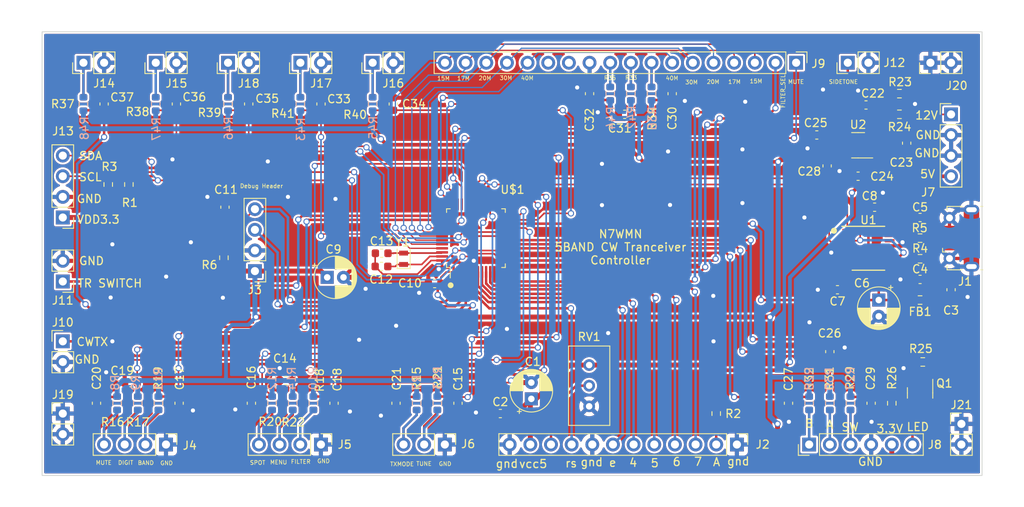
<source format=kicad_pcb>
(kicad_pcb (version 20211014) (generator pcbnew)
  (title_block (title "5BandCW") (date "2022-03-19"))
  (layers (0 "F.Cu" signal) (31 "B.Cu" signal) (34 "B.Paste" user) (35 "F.Paste" user) (36 "B.SilkS" user "B.Silkscreen") (37 "F.SilkS" user "F.Silkscreen") (38 "B.Mask" user) (39 "F.Mask" user) (44 "Edge.Cuts" user))
  (net 0 "")
  (net 1 "VCC5")
  (net 2 "GND")
  (net 3 "Net-(C11-Pad2)")
  (net 4 "Net-(C12-Pad2)")
  (net 5 "/main_1/BTN_MENU")
  (net 6 "/main_1/BTN_TUNE")
  (net 7 "/main_1/BTN_SPOT")
  (net 8 "/main_1/BTN_BAND_SEL")
  (net 9 "/main_1/BTN_FILTER_SEL")
  (net 10 "/main_1/BTN_DIGIT_SEL")
  (net 11 "/main_1/BTN_MUTE")
  (net 12 "/main_1/BTN_TXMODE")
  (net 13 "VBAT_SENSE")
  (net 14 "TUNER_ENCODER_A")
  (net 15 "TUNER_ENCODER_B")
  (net 16 "TUNER_ENCODER_SW")
  (net 17 "P5.2")
  (net 18 "P3.0")
  (net 19 "P5.6")
  (net 20 "P5.5")
  (net 21 "P1.4")
  (net 22 "PADDLE_DIT")
  (net 23 "PADDLE_DAH")
  (net 24 "STRAIGHT_KEY")
  (net 25 "/main_1/LCD-A")
  (net 26 "/main_1/LCD-DB7")
  (net 27 "/main_1/LCD-DB6")
  (net 28 "/main_1/LCD-DB5")
  (net 29 "/main_1/LCD-DB4")
  (net 30 "/main_1/LCD-E")
  (net 31 "/main_1/LCD-RS")
  (net 32 "Net-(J2-Pad10)")
  (net 33 "Net-(J3-Pad3)")
  (net 34 "Net-(J4-Pad2)")
  (net 35 "Net-(J4-Pad3)")
  (net 36 "Net-(J4-Pad4)")
  (net 37 "Net-(J5-Pad2)")
  (net 38 "Net-(J5-Pad3)")
  (net 39 "Net-(J5-Pad4)")
  (net 40 "/main_2/+12V")
  (net 41 "Net-(J8-Pad2)")
  (net 42 "Net-(J8-Pad3)")
  (net 43 "VDD3.3")
  (net 44 "MUTE_OUT")
  (net 45 "FILTER_SEL_OUT")
  (net 46 "CWTX_OUT")
  (net 47 "TR_SWITCH")
  (net 48 "BAND_15M")
  (net 49 "SIDETONE")
  (net 50 "BAND_17M")
  (net 51 "BAND_20M")
  (net 52 "BAND_30M")
  (net 53 "BAND_40M")
  (net 54 "SCL")
  (net 55 "SDA")
  (net 56 "TXMODE_LED")
  (net 57 "Net-(Q1-Pad3)")
  (net 58 "/main_1/UART_RXD")
  (net 59 "/main_1/UART_TXD")
  (net 63 "/main_1/USBDM")
  (net 64 "/main_1/USBDP")
  (net 66 "Net-(J6-Pad2)")
  (net 67 "Net-(J6-Pad3)")
  (net 68 "Net-(J8-Pad1)")
  (net 69 "Net-(J8-Pad6)")
  (net 70 "Net-(J9-Pad8)")
  (net 71 "Net-(J9-Pad9)")
  (net 72 "Net-(J9-Pad10)")
  (net 75 "Net-(C3-Pad1)")
  (net 76 "Net-(C8-Pad1)")
  (net 77 "Net-(C13-Pad2)")
  (net 78 "Net-(C25-Pad1)")
  (net 79 "Net-(R4-Pad1)")
  (net 80 "Net-(R5-Pad1)")
  (net 81 "Net-(J14-Pad1)")
  (net 82 "Net-(J15-Pad1)")
  (net 83 "Net-(J16-Pad1)")
  (net 84 "Net-(J17-Pad1)")
  (net 85 "Net-(J18-Pad1)")
  (net 90 "Net-(C6-Pad1)")
  (footprint "Resistor_SMD:R_0603_1608Metric" (layer "F.Cu") (at 207.01 107.95)
    (fp_text reference "R24")
    (fp_text value "1K")
  )
  (footprint "Capacitor_SMD:C_0603_1608Metric" (layer "F.Cu") (at 124.079 119.38 -90)
    (fp_text reference "C11")
    (fp_text value "1nF")
  )
  (footprint "Resistor_SMD:R_0603_1608Metric" (layer "F.Cu") (at 209.55 125.73)
    (fp_text reference "R4")
    (fp_text value "27")
  )
  (footprint "Crystal:Crystal_SMD_2012-2Pin_2.0x1.2mm" (layer "F.Cu") (at 146.05 125.73 90)
    (fp_text reference "Y1")
    (fp_text value "32.768kHz")
  )
  (footprint "Connector_PinHeader_2.54mm:PinHeader_1x02_P2.54mm_Vertical" (layer "F.Cu") (at 104.14 144.78)
    (fp_text reference "J19")
    (fp_text value "Conn_01x02_Female")
  )
  (footprint "Connector_PinHeader_2.54mm:PinHeader_1x06_P2.54mm_Vertical" (layer "F.Cu") (at 195.9125 148.59 90)
    (fp_text reference "J8")
    (fp_text value "Conn_01x06_Female")
  )
  (footprint "Connector_PinHeader_2.54mm:PinHeader_1x02_P2.54mm_Vertical" (layer "F.Cu") (at 124.46 101.6 90)
    (fp_text reference "J18")
    (fp_text value "Conn_01x02_Female")
  )
  (footprint "Capacitor_SMD:C_0603_1608Metric" (layer "F.Cu") (at 173.228 107.95 180)
    (fp_text reference "C31")
    (fp_text value "0.1uF")
  )
  (footprint "Capacitor_SMD:C_0603_1608Metric" (layer "F.Cu") (at 198.4525 137.16 90)
    (fp_text reference "C26")
    (fp_text value "0.1uF")
  )
  (footprint "Resistor_SMD:R_0603_1608Metric" (layer "F.Cu") (at 184.4825 144.78 -90)
    (fp_text reference "R2")
    (fp_text value "39k")
  )
  (footprint "Capacitor_SMD:C_0603_1608Metric" (layer "F.Cu") (at 112.522 140.97 180)
    (fp_text reference "C19")
    (fp_text value "0.1uF")
  )
  (footprint "Connector_PinHeader_2.54mm:PinHeader_1x04_P2.54mm_Vertical" (layer "F.Cu") (at 135.88 148.59 -90)
    (fp_text reference "J5")
    (fp_text value "Conn_01x04_Female")
  )
  (footprint "Capacitor_SMD:C_0603_1608Metric" (layer "F.Cu") (at 209.55 128.27 180)
    (fp_text reference "C4")
    (fp_text value "47pF")
  )
  (footprint "Connector_PinHeader_2.54mm:PinHeader_1x04_P2.54mm_Vertical" (layer "F.Cu") (at 116.83 148.59 -90)
    (fp_text reference "J4")
    (fp_text value "Conn_01x04_Female")
  )
  (footprint "Capacitor_SMD:C_0603_1608Metric" (layer "F.Cu") (at 118.4425 143.51 -90)
    (fp_text reference "C17")
    (fp_text value "0.1uF")
  )
  (footprint "Resistor_SMD:R_0603_1608Metric" (layer "F.Cu") (at 200.9925 143.51 90)
    (fp_text reference "R29")
    (fp_text value "39K")
  )
  (footprint "Capacitor_SMD:C_0603_1608Metric" (layer "F.Cu") (at 201.93 115.57 180)
    (fp_text reference "C24")
    (fp_text value "0.1uF")
  )
  (footprint "Resistor_SMD:R_0603_1608Metric" (layer "F.Cu") (at 123.952 125.603 -90)
    (fp_text reference "R6")
    (fp_text value "47K")
  )
  (footprint "Capacitor_SMD:C_0603_1608Metric" (layer "F.Cu") (at 145.1125 143.51 -90)
    (fp_text reference "C21")
    (fp_text value "0.1uF")
  )
  (footprint "Capacitor_THT:CP_Radial_D5.0mm_P2.00mm" (layer "F.Cu") (at 161.7495 142.97 90)
    (fp_text reference "C1")
    (fp_text value "10uF")
  )
  (footprint "Capacitor_SMD:C_0603_1608Metric" (layer "F.Cu") (at 109.22 106.68 -90)
    (fp_text reference "C37")
    (fp_text value "0.1uF")
  )
  (footprint "Capacitor_SMD:C_0603_1608Metric" (layer "F.Cu") (at 179.07 105.41 90)
    (fp_text reference "C30")
    (fp_text value "0.1uF")
  )
  (footprint "Connector_PinHeader_2.54mm:PinHeader_1x02_P2.54mm_Vertical" (layer "F.Cu") (at 214.63 146.05)
    (fp_text reference "J21")
    (fp_text value "Conn_01x02_Female")
  )
  (footprint "Resistor_SMD:R_0603_1608Metric" (layer "F.Cu") (at 115.57 106.68 90)
    (fp_text reference "R38")
    (fp_text value "39K")
  )
  (footprint "Capacitor_SMD:C_0603_1608Metric" (layer "F.Cu") (at 202.9 106.8 180)
    (fp_text reference "C22")
    (fp_text value "0.1uF")
  )
  (footprint "Resistor_SMD:R_0603_1608Metric" (layer "F.Cu") (at 133.35 106.68 90)
    (fp_text reference "R41")
    (fp_text value "39K")
  )
  (footprint "Capacitor_SMD:C_0603_1608Metric" (layer "F.Cu") (at 157.9395 144.78)
    (fp_text reference "C2")
    (fp_text value "0.1uF")
  )
  (footprint "Connector_PinHeader_2.54mm:PinHeader_1x02_P2.54mm_Vertical" (layer "F.Cu") (at 104.14 128.524 180)
    (fp_text reference "J11")
    (fp_text value "Conn_01x02_Female")
  )
  (footprint "Connector_PinHeader_2.54mm:PinHeader_1x04_P2.54mm_Vertical" (layer "F.Cu") (at 127.762 127.244 180)
    (fp_text reference "J3")
    (fp_text value "Conn_01x04_Female")
  )
  (footprint "Connector_PinHeader_2.54mm:PinHeader_1x02_P2.54mm_Vertical" (layer "F.Cu") (at 106.68 101.6 90)
    (fp_text reference "J14")
    (fp_text value "Conn_01x02_Female")
  )
  (footprint "Capacitor_SMD:C_0603_1608Metric" (layer "F.Cu") (at 203.962 119.38)
    (fp_text reference "C8")
    (fp_text value "0.1uF")
  )
  (footprint "Resistor_SMD:R_0603_1608Metric" (layer "F.Cu") (at 142.24 106.68 90)
    (fp_text reference "R40")
    (fp_text value "39K")
  )
  (footprint "Package_TO_SOT_SMD:SOT-23-5" (layer "F.Cu") (at 201.93 111.76 180)
    (fp_text reference "U2")
    (fp_text value "MIC5219-3.3YM5")
  )
  (footprint "Resistor_SMD:R_0603_1608Metric" (layer "F.Cu") (at 198.4525 143.51 90)
    (fp_text reference "R31")
    (fp_text value "39K")
  )
  (footprint "Resistor_SMD:R_0603_1608Metric" (layer "F.Cu") (at 147.6525 143.51 -90)
    (fp_text reference "R15")
    (fp_text value "39k")
  )
  (footprint "Package_QFP:LQFP-48_7x7mm_P0.5mm" (layer "F.Cu") (at 154.94 123.19 90)
    (fp_text reference "U$1")
    (fp_text value "MSP430FR2476TPT")
  )
  (footprint "Resistor_SMD:R_0603_1608Metric" (layer "F.Cu") (at 209.55 130.81 180)
    (fp_text reference "FB1")
    (fp_text value "FerriteBead_Small")
  )
  (footprint "Connector_PinHeader_2.54mm:PinHeader_1x02_P2.54mm_Vertical" (layer "F.Cu") (at 133.35 101.6 90)
    (fp_text reference "J17")
    (fp_text value "Conn_01x02_Female")
  )
  (footprint "Resistor_SMD:R_0603_1608Metric" (layer "F.Cu") (at 195.9125 143.51 90)
    (fp_text reference "R32")
    (fp_text value "39K")
  )
  (footprint "Capacitor_SMD:C_0603_1608Metric" (layer "F.Cu") (at 143.325 126.675)
    (fp_text reference "C12")
    (fp_text value "22pF")
  )
  (footprint "Connector_PinHeader_2.54mm:PinHeader_1x03_P2.54mm_Vertical" (layer "F.Cu") (at 151.115 148.59 -90)
    (fp_text reference "J6")
    (fp_text value "Conn_01x03_Female")
  )
  (footprint "Capacitor_SMD:C_0603_1608Metric" (layer "F.Cu") (at 168.91 105.41 90)
    (fp_text reference "C32")
    (fp_text value "0.1uF")
  )
  (footprint "Resistor_SMD:R_0603_1608Metric" (layer "F.Cu") (at 124.46 106.68 90)
    (fp_text reference "R39")
    (fp_text value "39K")
  )
  (footprint "Connector_PinHeader_2.54mm:PinHeader_1x02_P2.54mm_Vertical" (layer "F.Cu") (at 200.66 101.6 90)
    (fp_text reference "J12")
    (fp_text value "Conn_01x02_Female")
  )
  (footprint "Capacitor_THT:CP_Radial_D5.0mm_P2.00mm" (layer "F.Cu") (at 136.652 128.016)
    (fp_text reference "C9")
    (fp_text value "10uF")
  )
  (footprint "Resistor_SMD:R_0603_1608Metric" (layer "F.Cu") (at 134.9525 143.51 -90)
    (fp_text reference "R18")
    (fp_text value "39k")
  )
  (footprint "Capacitor_SMD:C_0603_1608Metric" (layer "F.Cu") (at 207.9 111.5 90)
    (fp_text reference "C23")
    (fp_text value "1uF")
  )
  (footprint "Package_TO_SOT_SMD:SOT-23" (layer "F.Cu") (at 209.55 142.24 -90)
    (fp_text reference "Q1")
    (fp_text value "MOSFET-NCHANNELBSS138")
  )
  (footprint "Capacitor_SMD:C_0603_1608Metric" (layer "F.Cu") (at 135.89 106.68 -90)
    (fp_text reference "C33")
    (fp_text value "0.1uF")
  )
  (footprint "Resistor_SMD:R_0603_1608Metric" (layer "F.Cu") (at 207.01 105.41 180)
    (fp_text reference "R23")
    (fp_text value "1K")
  )
  (footprint "Resistor_SMD:R_0603_1608Metric" (layer "F.Cu") (at 209.55 123.19)
    (fp_text reference "R5")
    (fp_text value "27")
  )
  (footprint "Capacitor_THT:CP_Radial_D5.0mm_P2.00mm" (layer "F.Cu") (at 204.47 130.81 -90)
    (fp_text reference "C6")
    (fp_text value "4.7uF")
  )
  (footprint "Capacitor_SMD:C_0603_1608Metric" (layer "F.Cu") (at 152.7325 143.51 -90)
    (fp_text reference "C15")
    (fp_text value "0.1uF")
  )
  (footprint "Capacitor_SMD:C_0603_1608Metric" (layer "F.Cu") (at 127.3325 143.51 -90)
    (fp_text reference "C16")
    (fp_text value "0.1uF")
  )
  (footprint "Resistor_SMD:R_0603_1608Metric" (layer "F.Cu") (at 110.8225 143.51 -90)
    (fp_text reference "R16")
    (fp_text value "39k")
  )
  (footprint "Resistor_SMD:R_0603_1608Metric" (layer "F.Cu") (at 109.728 116.586 90)
    (fp_text reference "R3")
    (fp_text value "2.7K")
  )
  (footprint "Capacitor_SMD:C_0603_1608Metric" (layer "F.Cu") (at 209.55 120.65 180)
    (fp_text reference "C5")
    (fp_text value "47pF")
  )
  (footprint "Resistor_SMD:R_0603_1608Metric" (layer "F.Cu") (at 206.0725 143.51 -90)
    (fp_text reference "R26")
    (fp_text value "220")
  )
  (footprint "Capacitor_SMD:C_0603_1608Metric" (layer "F.Cu") (at 196.85 110.49 180)
    (fp_text reference "C25")
    (fp_text value "470pF")
  )
  (footprint "Resistor_SMD:R_0603_1608Metric" (layer "F.Cu") (at 209.8825 138.43)
    (fp_text reference "R25")
    (fp_text value "39K")
  )
  (footprint "Resistor_SMD:R_0603_1608Metric" (layer "F.Cu") (at 106.68 106.68 90)
    (fp_text reference "R37")
    (fp_text value "39K")
  )
  (footprint "Resistor_SMD:R_0603_1608Metric" (layer "F.Cu") (at 173.99 105.41 90)
    (fp_text reference "R33")
    (fp_text value "39K")
  )
  (footprint "Resistor_SMD:R_0603_1608Metric" (layer "F.Cu") (at 176.53 105.41 90)
    (fp_text reference "R34")
    (fp_text value "39K")
  )
  (footprint "Capacitor_SMD:C_0603_1608Metric" (layer "F.Cu") (at 199.39 129.54 180)
    (fp_text reference "C7")
    (fp_text value "0.1uF")
  )
  (footprint "Connector_PinHeader_2.54mm:PinHeader_1x18_P2.54mm_Vertical" (layer "F.Cu") (at 194.31 101.6 -90)
    (fp_text reference "J9")
    (fp_text value "Conn_01x18_Female")
  )
  (footprint "Capacitor_SMD:C_0603_1608Metric" (layer "F.Cu") (at 118.11 106.68 -90)
    (fp_text reference "C36")
    (fp_text value "0.1uF")
  )
  (footprint "Capacitor_SMD:C_0603_1608Metric" (layer "F.Cu") (at 144.78 106.68 -90)
    (fp_text reference "C34")
    (fp_text value "0.1uF")
  )
  (footprint "Capacitor_SMD:C_0603_1608Metric" (layer "F.Cu") (at 137.4925 143.51 -90)
    (fp_text reference "C18")
    (fp_text value "0.1uF")
  )
  (footprint "Connector_PinHeader_2.54mm:PinHeader_1x04_P2.54mm_Vertical" (layer "F.Cu") (at 213.36 107.96)
    (fp_text reference "J7")
    (fp_text value "Conn_01x04_Female")
  )
  (footprint "Connector_USB:USB_Micro-B_Molex-105017-0001" (layer "F.Cu") (at 214.63 123.19 90)
    (fp_text reference "J1")
    (fp_text value "USB_B_Micro")
  )
  (footprint "Resistor_SMD:R_0603_1608Metric" (layer "F.Cu") (at 115.9025 143.51 -90)
    (fp_text reference "R19")
    (fp_text value "39k")
  )
  (footprint "Capacitor_SMD:C_0603_1608Metric" (layer "F.Cu") (at 143.35 125.05)
    (fp_text reference "C13")
    (fp_text value "22pF")
  )
  (footprint "Capacitor_SMD:C_0603_1608Metric" (layer "F.Cu") (at 131.572 140.716 180)
    (fp_text reference "C14")
    (fp_text value "0.1uF")
  )
  (footprint "Resistor_SMD:R_0603_1608Metric" (layer "F.Cu") (at 171.45 105.41 90)
    (fp_text reference "R35")
    (fp_text value "39K")
  )
  (footprint "Capacitor_SMD:C_0603_1608Metric" (layer "F.Cu") (at 193.3725 143.51 -90)
    (fp_text reference "C27")
    (fp_text value "0.1uF")
  )
  (footprint "Connector_PinHeader_2.54mm:PinHeader_1x02_P2.54mm_Vertical" (layer "F.Cu") (at 104.14 135.89)
    (fp_text reference "J10")
    (fp_text value "Conn_01x02_Female")
  )
  (footprint "Resistor_SMD:R_0603_1608Metric" (layer "F.Cu") (at 150.1925 143.51 -90)
    (fp_text reference "R21")
    (fp_text value "39k")
  )
  (footprint "Connector_PinHeader_2.54mm:PinHeader_1x02_P2.54mm_Vertical" (layer "F.Cu") (at 115.57 101.6 90)
    (fp_text reference "J15")
    (fp_text value "Conn_01x02_Female")
  )
  (footprint "Capacitor_SMD:C_0603_1608Metric" (layer "F.Cu") (at 203.5325 143.51 -90)
    (fp_text reference "C29")
    (fp_text value "0.1uF")
  )
  (footprint "Connector_PinHeader_2.54mm:PinHeader_1x02_P2.54mm_Vertical" (layer "F.Cu") (at 210.82 101.6 90)
    (fp_text reference "J20")
    (fp_text value "Conn_01x02_Female")
  )
  (footprint "Capacitor_SMD:C_0603_1608Metric" (layer "F.Cu") (at 213.36 129.54 -90)
    (fp_text reference "C3")
    (fp_text value "10nF")
  )
  (footprint "Capacitor_SMD:C_0603_1608Metric" (layer "F.Cu") (at 127 106.68 -90)
    (fp_text reference "C35")
    (fp_text value "0.1uF")
  )
  (footprint "Resistor_SMD:R_0603_1608Metric" (layer "F.Cu") (at 132.4125 143.51 -90)
    (fp_text reference "R22")
    (fp_text value "39k")
  )
  (footprint "Resistor_SMD:R_0603_1608Metric" (layer "F.Cu") (at 129.8725 143.51 -90)
    (fp_text reference "R20")
    (fp_text value "39k")
  )
  (footprint "Capacitor_SMD:C_0603_1608Metric" (layer "F.Cu") (at 198.12 114.3 -90)
    (fp_text reference "C28")
    (fp_text value "0.1uF")
  )
  (footprint "Potentiometer_THT:Potentiometer_Bourns_3386C_Horizontal" (layer "F.Cu") (at 168.8615 138.811)
    (fp_text reference "RV1")
    (fp_text value "R_Potentiometer")
  )
  (footprint "Capacitor_SMD:C_0603_1608Metric" (layer "F.Cu") (at 149.86 128.778)
    (fp_text reference "C10")
    (fp_text value "0.1uF")
  )
  (footprint "Connector_PinHeader_2.54mm:PinHeader_1x12_P2.54mm_Vertical" (layer "F.Cu") (at 187.0275 148.59 -90)
    (fp_text reference "J2")
    (fp_text value "Conn_01x12_Female")
  )
  (footprint "Resistor_SMD:R_0603_1608Metric" (layer "F.Cu") (at 112.268 116.586 90)
    (fp_text reference "R1")
    (fp_text value "2.7K")
  )
  (footprint "Connector_PinHeader_2.54mm:PinHeader_1x04_P2.54mm_Vertical" (layer "F.Cu") (at 104.14 120.65 180)
    (fp_text reference "J13")
    (fp_text value "Conn_01x04_Female")
  )
  (footprint "Resistor_SMD:R_0603_1608Metric" (layer "F.Cu") (at 113.3625 143.51 -90)
    (fp_text reference "R17")
    (fp_text value "39k")
  )
  (footprint "Connector_PinHeader_2.54mm:PinHeader_1x02_P2.54mm_Vertical" (layer "F.Cu") (at 142.24 101.6 90)
    (fp_text reference "J16")
    (fp_text value "Conn_01x02_Female")
  )
  (footprint "Capacitor_SMD:C_0603_1608Metric" (layer "F.Cu") (at 108.2825 143.51 -90)
    (fp_text reference "C20")
    (fp_text value "0.1uF")
  )
  (footprint "Package_SO:SSOP-16_3.9x4.9mm_P0.635mm" (layer "F.Cu") (at 203.2 124.46)
    (fp_text reference "U1")
    (fp_text value "FT230XS")
  )
  (footprint "Resistor_SMD:R_0603_1608Metric" (layer "B.Cu") (at 147.6525 143.51 -90)
    (fp_text reference "R7")
    (fp_text value "1K")
  )
  (footprint "Resistor_SMD:R_0603_1608Metric" (layer "B.Cu") (at 113.3625 143.51 -90)
    (fp_text reference "R9")
    (fp_text value "1K")
  )
  (footprint "Resistor_SMD:R_0603_1608Metric" (layer "B.Cu") (at 176.53 105.41 -90)
    (fp_text reference "R36")
    (fp_text value "1K")
  )
  (footprint "Resistor_SMD:R_0603_1608Metric" (layer "B.Cu") (at 195.9125 143.51 -90)
    (fp_text reference "R28")
    (fp_text value "1K")
  )
  (footprint "Resistor_SMD:R_0603_1608Metric" (layer "B.Cu") (at 124.46 106.68 -90)
    (fp_text reference "R46")
    (fp_text value "1K")
  )
  (footprint "Resistor_SMD:R_0603_1608Metric" (layer "B.Cu") (at 198.4525 143.51 -90)
    (fp_text reference "R30")
    (fp_text value "1K")
  )
  (footprint "Resistor_SMD:R_0603_1608Metric" (layer "B.Cu") (at 171.45 105.41 -90)
    (fp_text reference "R44")
    (fp_text value "1K")
  )
  (footprint "Resistor_SMD:R_0603_1608Metric" (layer "B.Cu") (at 106.68 106.68 -90)
    (fp_text reference "R48")
    (fp_text value "1K")
  )
  (footprint "Resistor_SMD:R_0603_1608Metric" (layer "B.Cu") (at 115.9025 143.51 -90)
    (fp_text reference "R11")
    (fp_text value "1K")
  )
  (footprint "Resistor_SMD:R_0603_1608Metric" (layer "B.Cu") (at 150.1925 143.51 -90)
    (fp_text reference "R13")
    (fp_text value "1K")
  )
  (footprint "Resistor_SMD:R_0603_1608Metric" (layer "B.Cu") (at 142.24 106.68 -90)
    (fp_text reference "R45")
    (fp_text value "1K")
  )
  (footprint "Resistor_SMD:R_0603_1608Metric" (layer "B.Cu") (at 200.9925 143.51 -90)
    (fp_text reference "R27")
    (fp_text value "1K")
  )
  (footprint "Resistor_SMD:R_0603_1608Metric" (layer "B.Cu") (at 129.8725 143.51 -90)
    (fp_text reference "R12")
    (fp_text value "1K")
  )
  (footprint "Resistor_SMD:R_0603_1608Metric" (layer "B.Cu") (at 115.57 106.68 -90)
    (fp_text reference "R47")
    (fp_text value "1K")
  )
  (footprint "Resistor_SMD:R_0603_1608Metric" (layer "B.Cu") (at 110.8225 143.51 -90)
    (fp_text reference "R8")
    (fp_text value "1K")
  )
  (footprint "Resistor_SMD:R_0603_1608Metric" (layer "B.Cu") (at 173.99 105.41 -90)
    (fp_text reference "R42")
    (fp_text value "1K")
  )
  (footprint "Resistor_SMD:R_0603_1608Metric" (layer "B.Cu") (at 133.35 106.68 -90)
    (fp_text reference "R43")
    (fp_text value "1K")
  )
  (footprint "Resistor_SMD:R_0603_1608Metric" (layer "B.Cu") (at 132.4125 143.51 -90)
    (fp_text reference "R14")
    (fp_text value "1K")
  )
  (footprint "Resistor_SMD:R_0603_1608Metric" (layer "B.Cu") (at 134.9525 143.51 -90)
    (fp_text reference "R10")
    (fp_text value "1K")
  )
  (gr_circle (center 151.83 128.99) (end 152.113196 128.99) (layer "F.SilkS") (width 0.15) (fill solid))
  (gr_circle (center 198.96 122.28) (end 199.257321 122.28) (layer "F.SilkS") (width 0.15) (fill solid))
  (gr_rect (start 101.6 97.79) (end 217.17 152.4) (layer "Edge.Cuts") (width 0.1) (fill none))
  (gr_text "GND" (at 136.2 150.625) (layer "F.SilkS") (effects (font (size 0.5 0.5) (thickness 0.08))))
  (gr_text "5" (at 176.925 150.875) (layer "F.SilkS") (effects (font (size 1 1))))
  (gr_text "GND" (at 203.45 150.7) (layer "F.SilkS") (effects (font (size 1 1))))
  (gr_text "20M" (at 156.05 103.5) (layer "F.SilkS") (effects (font (size 0.5 0.5) (thickness 0.08))))
  (gr_text "GND" (at 107.4 118.35) (layer "F.SilkS") (effects (font (size 1 1))))
  (gr_text "GND" (at 107.675 126) (layer "F.SilkS") (effects (font (size 1 1))))
  (gr_text "SW" (at 200.95 146.45) (layer "F.SilkS") (effects (font (size 1 1))))
  (gr_text "gnd" (at 187.2 150.65) (layer "F.SilkS") (effects (font (size 1 1))))
  (gr_text "30M" (at 181.45 104) (layer "F.SilkS") (effects (font (size 0.5 0.5) (thickness 0.08))))
  (gr_text "SCL" (at 107.525 115.675) (layer "F.SilkS") (effects (font (size 1 1))))
  (gr_text "17M" (at 153.4 103.525) (layer "F.SilkS") (effects (font (size 0.5 0.5) (thickness 0.08))))
  (gr_text "CWTX" (at 107.775 135.95) (layer "F.SilkS") (effects (font (size 1 1))))
  (gr_text "GND" (at 210.4 112.725) (layer "F.SilkS") (effects (font (size 1 1))))
  (gr_text "SIDETONE" (at 200.125 103.95) (layer "F.SilkS") (effects (font (size 0.5 0.5) (thickness 0.08))))
  (gr_text "MENU" (at 130.675 150.775) (layer "F.SilkS") (effects (font (size 0.5 0.5) (thickness 0.08))))
  (gr_text "6" (at 179.625 150.725) (layer "F.SilkS") (effects (font (size 1 1))))
  (gr_text "MUTE" (at 109.175 150.825) (layer "F.SilkS") (effects (font (size 0.5 0.5) (thickness 0.08))))
  (gr_text "3.3V" (at 205.825 146.65) (layer "F.SilkS") (effects (font (size 1 1))))
  (gr_text "40M" (at 161.25 103.5) (layer "F.SilkS") (effects (font (size 0.5 0.5) (thickness 0.08))))
  (gr_text "e" (at 171.75 150.825) (layer "F.SilkS") (effects (font (size 1 1))))
  (gr_text "TUNE" (at 148.55 150.95) (layer "F.SilkS") (effects (font (size 0.5 0.5) (thickness 0.08))))
  (gr_text "GND" (at 116.9 150.875) (layer "F.SilkS") (effects (font (size 0.5 0.5) (thickness 0.08))))
  (gr_text "gnd" (at 158.75 150.95) (layer "F.SilkS") (effects (font (size 1 1))))
  (gr_text "12V" (at 210.35 108.075) (layer "F.SilkS") (effects (font (size 1 1))))
  (gr_text "5V" (at 210.475 115.3) (layer "F.SilkS") (effects (font (size 1 1))))
  (gr_text "17M" (at 186.725 103.95) (layer "F.SilkS") (effects (font (size 0.5 0.5) (thickness 0.08))))
  (gr_text "GND" (at 210.525 110.5) (layer "F.SilkS") (effects (font (size 1 1))))
  (gr_text "rs" (at 166.65 150.9) (layer "F.SilkS") (effects (font (size 1 1))))
  (gr_text "TXMODE" (at 145.85 151) (layer "F.SilkS") (effects (font (size 0.5 0.5) (thickness 0.08))))
  (gr_text "15M" (at 189.375 103.875) (layer "F.SilkS") (effects (font (size 0.5 0.5) (thickness 0.08))))
  (gr_text "Debug Header" (at 128.575 116.775) (layer "F.SilkS") (effects (font (size 0.5 0.5) (thickness 0.08))))
  (gr_text "TR SWITCH" (at 109.925 128.75) (layer "F.SilkS") (effects (font (size 1 1))))
  (gr_text "VDD3.3" (at 108.5 120.9) (layer "F.SilkS") (effects (font (size 1 1))))
  (gr_text "7" (at 182.25 150.7) (layer "F.SilkS") (effects (font (size 1 1))))
  (gr_text "FILTER" (at 133.4 150.7) (layer "F.SilkS") (effects (font (size 0.5 0.5) (thickness 0.08))))
  (gr_text "40M" (at 179.05 103.5) (layer "F.SilkS") (effects (font (size 0.5 0.5) (thickness 0.08))))
  (gr_text "B" (at 195.925 146) (layer "F.SilkS") (effects (font (size 1 1))))
  (gr_text "LED" (at 209.275 146.425) (layer "F.SilkS") (effects (font (size 1 1))))
  (gr_text "DIGIT" (at 111.875 150.825) (layer "F.SilkS") (effects (font (size 0.5 0.5) (thickness 0.08))))
  (gr_text "GND" (at 107.125 138.125) (layer "F.SilkS") (effects (font (size 1 1))))
  (gr_text "MUTE" (at 194.3 103.95) (layer "F.SilkS") (effects (font (size 0.5 0.5) (thickness 0.08))))
  (gr_text "BAND" (at 114.35 150.85) (layer "F.SilkS") (effects (font (size 0.5 0.5) (thickness 0.08))))
  (gr_text "gnd" (at 169.175 150.75) (layer "F.SilkS") (effects (font (size 1 1))))
  (gr_text "N7WMN\n5BAND CW Tranceiver\nController" (at 172.725 124.3) (layer "F.SilkS") (effects (font (size 1 1))))
  (gr_text "15M" (at 150.95 103.525) (layer "F.SilkS") (effects (font (size 0.5 0.5) (thickness 0.08))))
  (gr_text "vcc5" (at 161.975 150.975) (layer "F.SilkS") (effects (font (size 1 1))))
  (gr_text "A" (at 184.525 150.75) (layer "F.SilkS") (effects (font (size 1 1))))
  (gr_text "20M" (at 184.1 103.95) (layer "F.SilkS") (effects (font (size 0.5 0.5) (thickness 0.08))))
  (gr_text "A" (at 198.45 146.15) (layer "F.SilkS") (effects (font (size 1 1))))
  (gr_text "GND" (at 151.15 150.975) (layer "F.SilkS") (effects (font (size 0.5 0.5) (thickness 0.08))))
  (gr_text "SDA" (at 107.575 113.075) (layer "F.SilkS") (effects (font (size 1 1))))
  (gr_text "30M" (at 158.625 103.475) (layer "F.SilkS") (effects (font (size 0.5 0.5) (thickness 0.08))))
  (gr_text "4" (at 174.275 150.825) (layer "F.SilkS") (effects (font (size 1 1))))
  (gr_text "FILTER_SEL" (at 192.7 105.1 90) (layer "F.SilkS") (effects (font (size 0.5 0.5) (thickness 0.08))))
  (gr_text "SPOT" (at 128.1 150.825) (layer "F.SilkS") (effects (font (size 0.5 0.5) (thickness 0.08))))
  (segment (start 161.6275 148.59) (end 161.6275 143.092) (width 0.6096) (layer "F.Cu") (net 1))
  (segment (start 184.15 139.446) (end 184.658 139.954) (width 0.6096) (layer "F.Cu") (net 1))
  (segment (start 192.532 139.446) (end 184.15 139.446) (width 0.4572) (layer "F.Cu") (net 1))
  (segment (start 161.6275 143.092) (end 161.7495 142.97) (width 0.6096) (layer "F.Cu") (net 1))
  (segment (start 168.8615 138.811) (end 183.515 138.811) (width 0.6096) (layer "F.Cu") (net 1))
  (segment (start 203.0675 112.71) (end 203.0675 115.2075) (width 0.4572) (layer "F.Cu") (net 1))
  (segment (start 193.548 138.43) (end 192.532 139.446) (width 0.4572) (layer "F.Cu") (net 1))
  (segment (start 208.02 112.275) (end 207.9 112.275) (width 0.4572) (layer "F.Cu") (net 1))
  (segment (start 213.36 115.58) (end 211.325 115.58) (width 0.4572) (layer "F.Cu") (net 1))
  (segment (start 211.325 115.58) (end 208.02 112.275) (width 0.4572) (layer "F.Cu") (net 1))
  (segment (start 206.225 112.275) (end 205.79 112.71) (width 0.4572) (layer "F.Cu") (net 1))
  (segment (start 159.9395 144.78) (end 161.7495 142.97) (width 0.6096) (layer "F.Cu") (net 1))
  (segment (start 202.705 116.065) (end 201.168 117.602) (width 0.4572) (layer "F.Cu") (net 1))
  (segment (start 161.7495 142.97) (end 162.338 142.97) (width 0.6096) (layer "F.Cu") (net 1))
  (segment (start 184.658 143.7795) (end 184.4825 143.955) (width 0.6096) (layer "F.Cu") (net 1))
  (segment (start 184.658 139.954) (end 184.658 143.7795) (width 0.6096) (layer "F.Cu") (net 1))
  (segment (start 203.0675 115.2075) (end 202.705 115.57) (width 0.4572) (layer "F.Cu") (net 1))
  (segment (start 202.705 115.57) (end 202.705 116.065) (width 0.4572) (layer "F.Cu") (net 1))
  (segment (start 183.515 138.811) (end 184.15 139.446) (width 0.6096) (layer "F.Cu") (net 1))
  (segment (start 203.0675 110.81) (end 204.76 110.81) (width 0.4572) (layer "F.Cu") (net 1))
  (segment (start 207.9 112.275) (end 206.225 112.275) (width 0.4572) (layer "F.Cu") (net 1))
  (segment (start 204.76 110.81) (end 206.225 112.275) (width 0.4572) (layer "F.Cu") (net 1))
  (segment (start 166.497 138.811) (end 168.8615 138.811) (width 0.6096) (layer "F.Cu") (net 1))
  (segment (start 162.338 142.97) (end 166.497 138.811) (width 0.6096) (layer "F.Cu") (net 1))
  (segment (start 158.7145 144.78) (end 159.9395 144.78) (width 0.6096) (layer "F.Cu") (net 1))
  (segment (start 205.79 112.71) (end 203.0675 112.71) (width 0.4572) (layer "F.Cu") (net 1))
  (via (at 193.548 138.43) (size 0.762) (drill 0.508) (layers "F.Cu" "B.Cu") (net 1))
  (via (at 201.168 117.602) (size 0.762) (drill 0.508) (layers "F.Cu" "B.Cu") (net 1))
  (segment (start 201.168 117.602) (end 201.168 120.396) (width 0.4572) (layer "B.Cu") (net 1))
  (segment (start 201.168 120.396) (end 193.548 128.016) (width 0.4572) (layer "B.Cu") (net 1))
  (segment (start 193.548 128.016) (end 193.548 138.43) (width 0.4572) (layer "B.Cu") (net 1))
  (segment (start 141.209 128.016) (end 141.375 128.182) (width 0.6096) (layer "F.Cu") (net 2))
  (segment (start 198.8185 124.7775) (end 200.6 124.7775) (width 0.2032) (layer "F.Cu") (net 2))
  (segment (start 160.61813 140.97) (end 159.34813 142.24) (width 0.6096) (layer "F.Cu") (net 2))
  (segment (start 149.435 125.94) (end 147.75 127.625) (width 0.2032) (layer "F.Cu") (net 2))
  (segment (start 215.8675 124.19) (end 215.8675 126.09) (width 0.4064) (layer "F.Cu") (net 2))
  (segment (start 142.55 126.675) (end 142.55 125.075) (width 0.2032) (layer "F.Cu") (net 2))
  (segment (start 141.375 128.182) (end 141.375 129.425) (width 0.6096) (layer "F.Cu") (net 2))
  (segment (start 138.652 128.016) (end 141.209 128.016) (width 0.6096) (layer "F.Cu") (net 2))
  (segment (start 198.628 124.968) (end 198.8185 124.7775) (width 0.2032) (layer "F.Cu") (net 2))
  (segment (start 157.734 142.24) (end 157.1645 142.8095) (width 0.6096) (layer "F.Cu") (net 2))
  (segment (start 213.1675 125.69) (end 215.4675 125.69) (width 0.4064) (layer "F.Cu") (net 2))
  (segment (start 213.1675 121.89) (end 215.5675 121.89) (width 0.4064) (layer "F.Cu") (net 2))
  (segment (start 215.4675 125.69) (end 215.8675 126.09) (width 0.4064) (layer "F.Cu") (net 2))
  (segment (start 215.8675 124.19) (end 215.8675 122.19) (width 0.4064) (layer "F.Cu") (net 2))
  (segment (start 213.1675 121.89) (end 213.1675 120.69) (width 0.4064) (layer "F.Cu") (net 2))
  (segment (start 150.7775 125.94) (end 149.435 125.94) (width 0.2032) (layer "F.Cu") (net 2))
  (segment (start 159.34813 142.24) (end 157.734 142.24) (width 0.6096) (layer "F.Cu") (net 2))
  (segment (start 157.1645 142.8095) (end 157.1645 144.78) (width 0.6096) (layer "F.Cu") (net 2))
  (segment (start 215.5675 121.89) (end 215.8675 122.19) (width 0.4064) (layer "F.Cu") (net 2))
  (segment (start 161.7495 140.97) (end 160.61813 140.97) (width 0.6096) (layer "F.Cu") (net 2))
  (segment (start 206.9465 124.1425) (end 207.391 123.698) (width 0.2032) (layer "F.Cu") (net 2))
  (segment (start 147.75 127.625) (end 143.5 127.625) (width 0.2032) (layer "F.Cu") (net 2))
  (segment (start 205.8 124.1425) (end 206.9465 124.1425) (width 0.2032) (layer "F.Cu") (net 2))
  (segment (start 142.55 125.075) (end 142.575 125.05) (width 0.2032) (layer "F.Cu") (net 2))
  (segment (start 143.5 127.625) (end 142.55 126.675) (width 0.2032) (layer "F.Cu") (net 2))
  (segment (start 215.8675 122.19) (end 215.8675 119.69) (width 0.4064) (layer "F.Cu") (net 2))
  (via (at 188.05 106.4) (size 0.762) (drill 0.508) (layers "F.Cu" "B.Cu") (net 2))
  (via (at 170.434 114.046) (size 0.762) (drill 0.508) (layers "F.Cu" "B.Cu") (net 2))
  (via (at 154.94 144.653) (size 0.762) (drill 0.508) (layers "F.Cu" "B.Cu") (net 2))
  (via (at 167.386 104.648) (size 0.762) (drill 0.508) (layers "F.Cu" "B.Cu") (net 2))
  (via (at 187.706 112.268) (size 0.762) (drill 0.508) (layers "F.Cu" "B.Cu") (net 2))
  (via (at 187.706 118.872) (size 0.762) (drill 0.508) (layers "F.Cu" "B.Cu") (net 2))
  (via (at 110.236 123.952) (size 0.762) (drill 0.508) (layers "F.Cu" "B.Cu") (net 2))
  (via (at 110.025 130.5) (size 0.762) (drill 0.508) (layers "F.Cu" "B.Cu") (net 2))
  (via (at 184.15 135.89) (size 0.762) (drill 0.508) (layers "F.Cu" "B.Cu") (net 2))
  (via (at 150.37 127) (size 0.762) (drill 0.508) (layers "F.Cu" "B.Cu") (net 2))
  (via (at 145.125 133.975) (size 0.762) (drill 0.508) (layers "F.Cu" "B.Cu") (net 2))
  (via (at 180.625 106.3) (size 0.762) (drill 0.508) (layers "F.Cu" "B.Cu") (net 2))
  (via (at 121.92 118.11) (size 0.762) (drill 0.508) (layers "F.Cu" "B.Cu") (net 2))
  (via (at 140.575 135.7) (size 0.762) (drill 0.508) (layers "F.Cu" "B.Cu") (net 2))
  (via (at 171.196 134.874) (size 0.762) (drill 0.508) (layers "F.Cu" "B.Cu") (net 2))
  (via (at 195.326 120.65) (size 0.762) (drill 0.508) (layers "F.Cu" "B.Cu") (net 2))
  (via (at 199.644 114.935) (size 0.762) (drill 0.508) (layers "F.Cu" "B.Cu") (net 2))
  (via (at 201.93 105.029) (size 0.762) (drill 0.508) (layers "F.Cu" "B.Cu") (net 2))
  (via (at 131.826 118.11) (size 0.762) (drill 0.508) (layers "F.Cu" "B.Cu") (net 2))
  (via (at 184.120219 130.295684) (size 0.762) (drill 0.508) (layers "F.Cu" "B.Cu") (net 2))
  (via (at 116.85 127.925) (size 0.762) (drill 0.508) (layers "F.Cu" "B.Cu") (net 2))
  (via (at 178.805219 119.105095) (size 0.762) (drill 0.508) (layers "F.Cu" "B.Cu") (net 2))
  (via (at 139.446 144.526) (size 0.762) (drill 0.508) (layers "F.Cu" "B.Cu") (net 2))
  (via (at 195.95 133.55) (size 0.762) (drill 0.508) (layers "F.Cu" "B.Cu") (net 2))
  (via (at 130.81 139.192) (size 0.762) (drill 0.508) (layers "F.Cu" "B.Cu") (net 2))
  (via (at 193.421 145.796) (size 0.762) (drill 0.508) (layers "F.Cu" "B.Cu") (net 2))
  (via (at 117.625 113.5) (size 0.762) (drill 0.508) (layers "F.Cu" "B.Cu") (net 2))
  (via (at 207.137 128.27) (size 0.762) (drill 0.508) (layers "F.Cu" "B.Cu") (net 2))
  (via (at 109.474 139.7) (size 0.762) (drill 0.508) (layers "F.Cu" "B.Cu") (net 2))
  (via (at 215.392 130.429) (size 0.762) (drill 0.508) (layers "F.Cu" "B.Cu") (net 2))
  (via (at 123.825 130.525) (size 0.762) (drill 0.508) (layers "F.Cu" "B.Cu") (net 2))
  (via (at 170.434 119.126) (size 0.762) (drill 0.508) (layers "F.Cu" "B.Cu") (net 2))
  (via (at 110.236 135.89) (size 0.762) (drill 0.508) (layers "F.Cu" "B.Cu") (net 2))
  (via (at 208.925 106.675) (size 0.762) (drill 0.508) (layers "F.Cu" "B.Cu") (net 2))
  (via (at 203.581 145.796) (size 0.762) (drill 0.508) (layers "F.Cu" "B.Cu") (net 2))
  (via (at 147.955 129.921) (size 0.762) (drill 0.508) (layers "F.Cu" "B.Cu") (net 2))
  (via (at 154.675 125.975) (size 0.762) (drill 0.508) (layers "F.Cu" "B.Cu") (net 2))
  (via (at 137.668 118.364) (size 0.762) (drill 0.508) (layers "F.Cu" "B.Cu") (net 2))
  (via (at 158.75 134.366) (size 0.762) (drill 0.508) (layers "F.Cu" "B.Cu") (net 2))
  (via (at 197.612 104.902) (size 0.762) (drill 0.508) (layers "F.Cu" "B.Cu") (net 2))
  (via (at 204.978 117.602) (size 0.762) (drill 0.508) (layers "F.Cu" "B.Cu") (net 2))
  (via (at 120.142 144.399) (size 0.762) (drill 0.508) (layers "F.Cu" "B.Cu") (net 2))
  (via (at 141.375 129.425) (size 0.762) (drill 0.508) (layers "F.Cu" "B.Cu") (net 2))
  (via (at 200.279 136.652) (size 0.762) (drill 0.508) (layers "F.Cu" "B.Cu") (net 2))
  (via (at 125.349 144.272) (size 0.762) (drill 0.508) (layers "F.Cu" "B.Cu") (net 2))
  (via (at 198.628 124.968) (size 0.762) (drill 0.508) (layers "F.Cu" "B.Cu") (net 2))
  (via (at 143.256 145.034) (size 0.762) (drill 0.508) (layers "F.Cu" "B.Cu") (net 2))
  (via (at 129.35 113.75) (size 0.762) (drill 0.508) (layers "F.Cu" "B.Cu") (net 2))
  (via (at 119.888 123.698) (size 0.762) (drill 0.508) (layers "F.Cu" "B.Cu") (net 2))
  (via (at 178.562 112.522) (size 0.762) (drill 0.508) (layers "F.Cu" "B.Cu") (net 2))
  (via (at 169.926 107.696) (size 0.762) (drill 0.508) (layers "F.Cu" "B.Cu") (net 2))
  (via (at 196.977 129.54) (size 0.762) (drill 0.508) (layers "F.Cu" "B.Cu") (net 2))
  (via (at 207.391 123.698) (size 0.762) (drill 0.508) (layers "F.Cu" "B.Cu") (net 2))
  (via (at 207.518 139.192) (size 0.762) (drill 0.508) (layers "F.Cu" "B.Cu") (net 2))
  (via (at 195.707 112.141) (size 0.762) (drill 0.508) (layers "F.Cu" "B.Cu") (net 2))
  (segment (start 204.47 132.81) (end 205.60137 132.81) (width 0.6096) (layer "B.Cu") (net 2))
  (segment (start 207.137 131.27437) (end 207.137 128.27) (width 0.6096) (layer "B.Cu") (net 2))
  (segment (start 205.60137 132.81) (end 207.137 131.27437) (width 0.6096) (layer "B.Cu") (net 2))
  (segment (start 132.334 131.064) (end 151.13 131.064) (width 0.3048) (layer "F.Cu") (net 3))
  (segment (start 123.952 124.778) (end 123.952 120.282) (width 0.2032) (layer "F.Cu") (net 3))
  (segment (start 132.08 130.81) (end 132.334 131.064) (width 0.3048) (layer "F.Cu") (net 3))
  (segment (start 151.13 131.064) (end 152.69 129.504) (width 0.3048) (layer "F.Cu") (net 3))
  (segment (start 152.69 129.504) (end 152.69 127.3525) (width 0.3048) (layer "F.Cu") (net 3))
  (segment (start 124.079 120.155) (end 124.32 120.396) (width 0.2032) (layer "F.Cu") (net 3))
  (segment (start 126.99 120.396) (end 127.762 119.624) (width 0.2032) (layer "F.Cu") (net 3))
  (segment (start 124.32 120.396) (end 126.99 120.396) (width 0.2032) (layer "F.Cu") (net 3))
  (segment (start 123.952 120.282) (end 124.079 120.155) (width 0.2032) (layer "F.Cu") (net 3))
  (via (at 132.08 130.81) (size 0.762) (drill 0.508) (layers "F.Cu" "B.Cu") (net 3))
  (segment (start 130.8 119.624) (end 127.762 119.624) (width 0.3048) (layer "B.Cu") (net 3))
  (segment (start 131.826 130.556) (end 131.826 120.65) (width 0.3048) (layer "B.Cu") (net 3))
  (segment (start 131.826 120.65) (end 130.8 119.624) (width 0.3048) (layer "B.Cu") (net 3))
  (segment (start 132.08 130.81) (end 131.826 130.556) (width 0.3048) (layer "B.Cu") (net 3))
  (segment (start 145.27 126.43) (end 145.025 126.675) (width 0.2032) (layer "F.Cu") (net 4))
  (segment (start 148.27 126.43) (end 146.05 126.43) (width 0.2032) (layer "F.Cu") (net 4))
  (segment (start 149.26 125.44) (end 148.27 126.43) (width 0.2032) (layer "F.Cu") (net 4))
  (segment (start 150.7775 125.44) (end 149.26 125.44) (width 0.2032) (layer "F.Cu") (net 4))
  (segment (start 146.05 126.43) (end 145.27 126.43) (width 0.2032) (layer "F.Cu") (net 4))
  (segment (start 145.025 126.675) (end 144.1 126.675) (width 0.2032) (layer "F.Cu") (net 4))
  (segment (start 132.347 142.6195) (end 132.4125 142.685) (width 0.2032) (layer "F.Cu") (net 5))
  (segment (start 152.908 114.046) (end 135.382 114.046) (width 0.2032) (layer "F.Cu") (net 5))
  (segment (start 132.347 140.716) (end 132.347 142.6195) (width 0.2032) (layer "F.Cu") (net 5))
  (segment (start 134.62 139.446) (end 132.842 139.446) (width 0.2032) (layer "F.Cu") (net 5))
  (segment (start 132.334 140.703) (end 132.347 140.716) (width 0.2032) (layer "F.Cu") (net 5))
  (segment (start 132.842 139.446) (end 132.334 139.954) (width 0.2032) (layer "F.Cu") (net 5))
  (segment (start 132.334 139.954) (end 132.334 140.703) (width 0.2032) (layer "F.Cu") (net 5))
  (segment (start 135.382 114.046) (end 135.128 114.3) (width 0.2032) (layer "F.Cu") (net 5))
  (segment (start 153.69 114.828) (end 152.908 114.046) (width 0.2032) (layer "F.Cu") (net 5))
  (segment (start 153.69 119.0275) (end 153.69 114.828) (width 0.2032) (layer "F.Cu") (net 5))
  (via (at 134.62 139.446) (size 0.762) (drill 0.508) (layers "F.Cu" "B.Cu") (net 5))
  (via (at 135.128 114.3) (size 0.762) (drill 0.508) (layers "F.Cu" "B.Cu") (net 5))
  (segment (start 135.128 139.192) (end 134.874 139.446) (width 0.2032) (layer "B.Cu") (net 5))
  (segment (start 135.128 114.3) (end 135.128 139.192) (width 0.2032) (layer "B.Cu") (net 5))
  (segment (start 134.874 139.446) (end 134.62 139.446) (width 0.2032) (layer "B.Cu") (net 5))
  (segment (start 150.1925 142.685) (end 152.6825 142.685) (width 0.3048) (layer "F.Cu") (net 6))
  (segment (start 164.846 113.03) (end 165.1 113.284) (width 0.2032) (layer "F.Cu") (net 6))
  (segment (start 152.7455 142.748) (end 152.7325 142.735) (width 0.2032) (layer "F.Cu") (net 6))
  (segment (start 154.94 113.03) (end 164.846 113.03) (width 0.2032) (layer "F.Cu") (net 6))
  (segment (start 152.6825 142.685) (end 152.7325 142.735) (width 0.3048) (layer "F.Cu") (net 6))
  (segment (start 154.19 113.78) (end 154.94 113.03) (width 0.2032) (layer "F.Cu") (net 6))
  (segment (start 154.19 119.0275) (end 154.19 113.78) (width 0.2032) (layer "F.Cu") (net 6))
  (segment (start 164.846 135.382) (end 154.686 135.382) (width 0.2032) (layer "F.Cu") (net 6))
  (segment (start 154.686 135.382) (end 154.432 135.636) (width 0.2032) (layer "F.Cu") (net 6))
  (segment (start 153.924 142.748) (end 152.7455 142.748) (width 0.2032) (layer "F.Cu") (net 6))
  (via (at 153.924 142.748) (size 0.762) (drill 0.508) (layers "F.Cu" "B.Cu") (net 6))
  (via (at 154.432 135.636) (size 0.762) (drill 0.508) (layers "F.Cu" "B.Cu") (net 6))
  (via (at 164.846 135.382) (size 0.762) (drill 0.508) (layers "F.Cu" "B.Cu") (net 6))
  (via (at 165.1 113.284) (size 0.762) (drill 0.508) (layers "F.Cu" "B.Cu") (net 6))
  (segment (start 165.1 135.128) (end 164.846 135.382) (width 0.2032) (layer "B.Cu") (net 6))
  (segment (start 165.1 113.284) (end 165.1 135.128) (width 0.2032) (layer "B.Cu") (net 6))
  (segment (start 154.432 142.24) (end 153.924 142.748) (width 0.2032) (layer "B.Cu") (net 6))
  (segment (start 154.432 135.636) (end 154.432 142.24) (width 0.2032) (layer "B.Cu") (net 6))
  (segment (start 156.19 120.924) (end 155.829 121.285) (width 0.2032) (layer "F.Cu") (net 7))
  (segment (start 128.651 141.4635) (end 129.8725 142.685) (width 0.2032) (layer "F.Cu") (net 7))
  (segment (start 127.3325 142.735) (end 129.8225 142.735) (width 0.3048) (layer "F.Cu") (net 7))
  (segment (start 129.8225 142.735) (end 129.8725 142.685) (width 0.3048) (layer "F.Cu") (net 7))
  (segment (start 128.651 139.446) (end 128.651 141.4635) (width 0.2032) (layer "F.Cu") (net 7))
  (segment (start 155.321 137.414) (end 129.032 137.414) (width 0.2032) (layer "F.Cu") (net 7))
  (segment (start 156.19 119.0275) (end 156.19 120.924) (width 0.2032) (layer "F.Cu") (net 7))
  (via (at 155.829 121.285) (size 0.762) (drill 0.508) (layers "F.Cu" "B.Cu") (net 7))
  (via (at 128.651 139.446) (size 0.762) (drill 0.508) (layers "F.Cu" "B.Cu") (net 7))
  (via (at 155.321 137.414) (size 0.762) (drill 0.508) (layers "F.Cu" "B.Cu") (net 7))
  (via (at 129.032 137.414) (size 0.762) (drill 0.508) (layers "F.Cu" "B.Cu") (net 7))
  (segment (start 129.032 137.414) (end 128.651 137.795) (width 0.2032) (layer "B.Cu") (net 7))
  (segment (start 155.829 121.285) (end 155.575489 121.538511) (width 0.2032) (layer "B.Cu") (net 7))
  (segment (start 155.575489 137.159511) (end 155.321 137.414) (width 0.2032) (layer "B.Cu") (net 7))
  (segment (start 128.651 137.795) (end 128.651 139.446) (width 0.2032) (layer "B.Cu") (net 7))
  (segment (start 155.575489 121.538511) (end 155.575489 137.159511) (width 0.2032) (layer "B.Cu") (net 7))
  (segment (start 118.364 139.192) (end 118.364 142.6565) (width 0.2032) (layer "F.Cu") (net 8))
  (segment (start 115.9025 142.685) (end 118.3925 142.685) (width 0.3048) (layer "F.Cu") (net 8))
  (segment (start 118.364 142.6565) (end 118.4425 142.735) (width 0.2032) (layer "F.Cu") (net 8))
  (segment (start 156.21 134.62) (end 156.083489 134.746511) (width 0.2032) (layer "F.Cu") (net 8))
  (segment (start 118.3925 142.685) (end 118.4425 142.735) (width 0.3048) (layer "F.Cu") (net 8))
  (segment (start 156.69 120.241) (end 156.972 120.523) (width 0.2032) (layer "F.Cu") (net 8))
  (segment (start 118.872489 134.746511) (end 118.364 135.255) (width 0.2032) (layer "F.Cu") (net 8))
  (segment (start 156.083489 134.746511) (end 118.872489 134.746511) (width 0.2032) (layer "F.Cu") (net 8))
  (segment (start 156.69 119.0275) (end 156.69 120.241) (width 0.2032) (layer "F.Cu") (net 8))
  (via (at 156.972 120.523) (size 0.762) (drill 0.508) (layers "F.Cu" "B.Cu") (net 8))
  (via (at 118.364 139.192) (size 0.762) (drill 0.508) (layers "F.Cu" "B.Cu") (net 8))
  (via (at 156.21 134.62) (size 0.762) (drill 0.508) (layers "F.Cu" "B.Cu") (net 8))
  (via (at 118.364 135.255) (size 0.762) (drill 0.508) (layers "F.Cu" "B.Cu") (net 8))
  (segment (start 156.972 133.858) (end 156.21 134.62) (width 0.2032) (layer "B.Cu") (net 8))
  (segment (start 156.972 120.523) (end 156.972 133.858) (width 0.2032) (layer "B.Cu") (net 8))
  (segment (start 118.364 135.255) (end 118.364 139.192) (width 0.2032) (layer "B.Cu") (net 8))
  (segment (start 157.19 118.146) (end 157.48 117.856) (width 0.2032) (layer "F.Cu") (net 9))
  (segment (start 163.322 139.446) (end 138.176 139.446) (width 0.2032) (layer "F.Cu") (net 9))
  (segment (start 134.9525 142.685) (end 137.4425 142.685) (width 0.3048) (layer "F.Cu") (net 9))
  (segment (start 163.322 117.856) (end 163.576 118.11) (width 0.2032) (layer "F.Cu") (net 9))
  (segment (start 157.48 117.856) (end 163.322 117.856) (width 0.2032) (layer "F.Cu") (net 9))
  (segment (start 138.176 139.446) (end 137.414 140.208) (width 0.2032) (layer "F.Cu") (net 9))
  (segment (start 157.19 119.0275) (end 157.19 118.146) (width 0.2032) (layer "F.Cu") (net 9))
  (segment (start 137.4425 142.685) (end 137.4925 142.735) (width 0.3048) (layer "F.Cu") (net 9))
  (segment (start 137.414 140.208) (end 137.414 142.6565) (width 0.2032) (layer "F.Cu") (net 9))
  (segment (start 137.414 142.6565) (end 137.4925 142.735) (width 0.2032) (layer "F.Cu") (net 9))
  (via (at 163.322 139.446) (size 0.762) (drill 0.508) (layers "F.Cu" "B.Cu") (net 9))
  (via (at 163.576 118.11) (size 0.762) (drill 0.508) (layers "F.Cu" "B.Cu") (net 9))
  (segment (start 163.576 118.11) (end 163.576 135.128) (width 0.2032) (layer "B.Cu") (net 9))
  (segment (start 163.322 135.382) (end 163.322 139.446) (width 0.2032) (layer "B.Cu") (net 9))
  (segment (start 163.576 135.128) (end 163.322 135.382) (width 0.2032) (layer "B.Cu") (net 9))
  (segment (start 113.297 142.6195) (end 113.3625 142.685) (width 0.2032) (layer "F.Cu") (net 10))
  (segment (start 113.297 140.97) (end 113.297 142.6195) (width 0.2032) (layer "F.Cu") (net 10))
  (segment (start 162.56 136.652) (end 113.538 136.652) (width 0.2032) (layer "F.Cu") (net 10))
  (segment (start 162.052 118.618) (end 162.56 119.126) (width 0.2032) (layer "F.Cu") (net 10))
  (segment (start 113.284 140.957) (end 113.297 140.97) (width 0.2032) (layer "F.Cu") (net 10))
  (segment (start 157.69 119.0275) (end 158.3405 119.0275) (width 0.2032) (layer "F.Cu") (net 10))
  (segment (start 158.75 118.618) (end 162.052 118.618) (width 0.2032) (layer "F.Cu") (net 10))
  (segment (start 113.538 136.652) (end 113.284 136.906) (width 0.2032) (layer "F.Cu") (net 10))
  (segment (start 158.3405 119.0275) (end 158.75 118.618) (width 0.2032) (layer "F.Cu") (net 10))
  (segment (start 113.284 139.192) (end 113.284 140.957) (width 0.2032) (layer "F.Cu") (net 10))
  (via (at 113.284 136.906) (size 0.762) (drill 0.508) (layers "F.Cu" "B.Cu") (net 10))
  (via (at 162.56 136.652) (size 0.762) (drill 0.508) (layers "F.Cu" "B.Cu") (net 10))
  (via (at 162.56 119.126) (size 0.762) (drill 0.508) (layers "F.Cu" "B.Cu") (net 10))
  (via (at 113.284 139.192) (size 0.762) (drill 0.508) (layers "F.Cu" "B.Cu") (net 10))
  (segment (start 113.284 136.906) (end 113.284 139.192) (width 0.2032) (layer "B.Cu") (net 10))
  (segment (start 162.56 119.126) (end 162.56 136.652) (width 0.2032) (layer "B.Cu") (net 10))
  (segment (start 108.712 138.176) (end 108.2825 138.6055) (width 0.2032) (layer "F.Cu") (net 11))
  (segment (start 159.1025 120.44) (end 160.23 120.44) (width 0.2032) (layer "F.Cu") (net 11))
  (segment (start 160.23 120.44) (end 160.782 119.888) (width 0.2032) (layer "F.Cu") (net 11))
  (segment (start 108.2825 138.6055) (end 108.2825 142.735) (width 0.2032) (layer "F.Cu") (net 11))
  (segment (start 110.7725 142.735) (end 110.8225 142.685) (width 0.3048) (layer "F.Cu") (net 11))
  (segment (start 157.48 138.176) (end 108.712 138.176) (width 0.2032) (layer "F.Cu") (net 11))
  (segment (start 108.2825 142.735) (end 110.7725 142.735) (width 0.3048) (layer "F.Cu") (net 11))
  (via (at 157.48 138.176) (size 0.762) (drill 0.508) (layers "F.Cu" "B.Cu") (net 11))
  (via (at 160.782 119.888) (size 0.762) (drill 0.508) (layers "F.Cu" "B.Cu") (net 11))
  (segment (start 160.782 137.668) (end 160.274 138.176) (width 0.2032) (layer "B.Cu") (net 11))
  (segment (start 160.274 138.176) (end 157.48 138.176) (width 0.2032) (layer "B.Cu") (net 11))
  (segment (start 160.782 119.888) (end 160.782 137.668) (width 0.2032) (layer "B.Cu") (net 11))
  (segment (start 159.258 140.716) (end 159.004 140.97) (width 0.2032) (layer "F.Cu") (net 12))
  (segment (start 161.056 121.94) (end 161.544 122.428) (width 0.2032) (layer "F.Cu") (net 12))
  (segment (start 145.1125 140.97) (end 145.1125 142.735) (width 0.2032) (layer "F.Cu") (net 12))
  (segment (start 147.6025 142.735) (end 147.6525 142.685) (width 0.3048) (layer "F.Cu") (net 12))
  (segment (start 159.004 140.97) (end 145.1125 140.97) (width 0.2032) (layer "F.Cu") (net 12))
  (segment (start 145.1125 142.735) (end 147.6025 142.735) (width 0.3048) (layer "F.Cu") (net 12))
  (segment (start 159.1025 121.94) (end 161.056 121.94) (width 0.2032) (layer "F.Cu") (net 12))
  (via (at 159.258 140.716) (size 0.762) (drill 0.508) (layers "F.Cu" "B.Cu") (net 12))
  (via (at 161.544 122.428) (size 0.762) (drill 0.508) (layers "F.Cu" "B.Cu") (net 12))
  (segment (start 161.544 138.43) (end 161.544 122.428) (width 0.2032) (layer "B.Cu") (net 12))
  (segment (start 159.258 140.716) (end 161.544 138.43) (width 0.2032) (layer "B.Cu") (net 12))
  (segment (start 183.388 109.22) (end 205.74 109.22) (width 0.3048) (layer "F.Cu") (net 13))
  (segment (start 157.69 127.3525) (end 182.5275 127.3525) (width 0.3048) (layer "F.Cu") (net 13))
  (segment (start 206.185 105.41) (end 206.185 107.95) (width 0.2032) (layer "F.Cu") (net 13))
  (segment (start 206.185 107.95) (end 203.962 107.95) (width 0.2032) (layer "F.Cu") (net 13))
  (segment (start 203.962 107.95) (end 203.675 107.663) (width 0.2032) (layer "F.Cu") (net 13))
  (segment (start 206.248 108.013) (end 206.185 107.95) (width 0.3048) (layer "F.Cu") (net 13))
  (segment (start 203.675 107.663) (end 203.675 106.8) (width 0.2032) (layer "F.Cu") (net 13))
  (segment (start 205.74 109.22) (end 206.248 108.712) (width 0.3048) (layer "F.Cu") (net 13))
  (segment (start 182.5275 127.3525) (end 183.134 126.746) (width 0.3048) (layer "F.Cu") (net 13))
  (segment (start 206.248 108.712) (end 206.248 108.013) (width 0.3048) (layer "F.Cu") (net 13))
  (via (at 183.134 126.746) (size 0.762) (drill 0.508) (layers "F.Cu" "B.Cu") (net 13))
  (via (at 183.388 109.22) (size 0.762) (drill 0.508) (layers "F.Cu" "B.Cu") (net 13))
  (segment (start 183.134 126.746) (end 183.134 109.474) (width 0.3048) (layer "B.Cu") (net 13))
  (segment (start 183.134 109.474) (end 183.388 109.22) (width 0.3048) (layer "B.Cu") (net 13))
  (segment (start 196.85 138.176) (end 198.2115 138.176) (width 0.3048) (layer "F.Cu") (net 14))
  (segment (start 187.706 137.16) (end 195.834 137.16) (width 0.3048) (layer "F.Cu") (net 14))
  (segment (start 198.4525 142.685) (end 198.4525 137.935) (width 0.3048) (layer "F.Cu") (net 14))
  (segment (start 186.678 123.94) (end 187.452 124.714) (width 0.3048) (layer "F.Cu") (net 14))
  (segment (start 195.834 137.16) (end 196.85 138.176) (width 0.3048) (layer "F.Cu") (net 14))
  (segment (start 159.1025 123.94) (end 186.678 123.94) (width 0.3048) (layer "F.Cu") (net 14))
  (segment (start 198.2115 138.176) (end 198.4525 137.935) (width 0.3048) (layer "F.Cu") (net 14))
  (via (at 187.706 137.16) (size 0.762) (drill 0.508) (layers "F.Cu" "B.Cu") (net 14))
  (via (at 187.452 124.714) (size 0.762) (drill 0.508) (layers "F.Cu" "B.Cu") (net 14))
  (segment (start 187.452 124.714) (end 187.452 136.906) (width 0.3048) (layer "B.Cu") (net 14))
  (segment (start 187.452 136.906) (end 187.706 137.16) (width 0.3048) (layer "B.Cu") (net 14))
  (segment (start 193.3725 142.735) (end 195.8625 142.735) (width 0.3048) (layer "F.Cu") (net 15))
  (segment (start 185.146 124.44) (end 186.182 125.476) (width 0.3048) (layer "F.Cu") (net 15))
  (segment (start 193.3595 142.748) (end 193.3725 142.735) (width 0.3048) (layer "F.Cu") (net 15))
  (segment (start 195.8625 142.735) (end 195.9125 142.685) (width 0.3048) (layer "F.Cu") (net 15))
  (segment (start 186.69 142.748) (end 193.3595 142.748) (width 0.3048) (layer "F.Cu") (net 15))
  (segment (start 159.1025 124.44) (end 185.146 124.44) (width 0.3048) (layer "F.Cu") (net 15))
  (via (at 186.69 142.748) (size 0.762) (drill 0.508) (layers "F.Cu" "B.Cu") (net 15))
  (via (at 186.182 125.476) (size 0.762) (drill 0.508) (layers "F.Cu" "B.Cu") (net 15))
  (segment (start 186.182 142.24) (end 186.69 142.748) (width 0.3048) (layer "B.Cu") (net 15))
  (segment (start 186.182 125.476) (end 186.182 142.24) (width 0.3048) (layer "B.Cu") (net 15))
  (segment (start 203.5325 142.735) (end 201.0425 142.735) (width 0.3048) (layer "F.Cu") (net 16))
  (segment (start 188.718 123.44) (end 188.722 123.444) (width 0.3048) (layer "F.Cu") (net 16))
  (segment (start 159.1025 123.44) (end 188.718 123.44) (width 0.3048) (layer "F.Cu") (net 16))
  (segment (start 201.0425 142.735) (end 200.9925 142.685) (width 0.3048) (layer "F.Cu") (net 16))
  (segment (start 195.326 135.636) (end 195.58 135.382) (width 0.3048) (layer "F.Cu") (net 16))
  (segment (start 203.5325 136.4765) (end 203.5325 142.735) (width 0.3048) (layer "F.Cu") (net 16))
  (segment (start 202.438 135.382) (end 203.5325 136.4765) (width 0.3048) (layer "F.Cu") (net 16))
  (segment (start 188.976 135.636) (end 195.326 135.636) (width 0.3048) (layer "F.Cu") (net 16))
  (segment (start 195.58 135.382) (end 202.438 135.382) (width 0.3048) (layer "F.Cu") (net 16))
  (via (at 188.722 123.444) (size 0.762) (drill 0.508) (layers "F.Cu" "B.Cu") (net 16))
  (via (at 188.976 135.636) (size 0.762) (drill 0.508) (layers "F.Cu" "B.Cu") (net 16))
  (segment (start 188.722 123.444) (end 188.722 135.382) (width 0.3048) (layer "B.Cu") (net 16))
  (segment (start 188.722 135.382) (end 188.976 135.636) (width 0.3048) (layer "B.Cu") (net 16))
  (segment (start 136.144 122.682) (end 135.89 122.936) (width 0.1524) (layer "F.Cu") (net 17))
  (segment (start 150.7775 124.44) (end 146.792 124.44) (width 0.1524) (layer "F.Cu") (net 17))
  (segment (start 135.89 107.455) (end 133.4 107.455) (width 0.2032) (layer "F.Cu") (net 17))
  (segment (start 146.792 124.44) (end 145.034 122.682) (width 0.1524) (layer "F.Cu") (net 17))
  (segment (start 135.89 110.744) (end 135.89 107.455) (width 0.2032) (layer "F.Cu") (net 17))
  (segment (start 145.034 122.682) (end 136.144 122.682) (width 0.1524) (layer "F.Cu") (net 17))
  (segment (start 133.4 107.455) (end 133.35 107.505) (width 0.2032) (layer "F.Cu") (net 17))
  (via (at 135.89 122.936) (size 0.762) (drill 0.508) (layers "F.Cu" "B.Cu") (net 17))
  (via (at 135.89 110.744) (size 0.762) (drill 0.508) (layers "F.Cu" "B.Cu") (net 17))
  (segment (start 135.89 122.936) (end 135.89 110.744) (width 0.2032) (layer "B.Cu") (net 17))
  (segment (start 144.793 107.442) (end 165.608 107.442) (width 0.2032) (layer "F.Cu") (net 18))
  (segment (start 144.78 107.455) (end 144.793 107.442) (width 0.2032) (layer "F.Cu") (net 18))
  (segment (start 159.1025 120.94) (end 162.524 120.94) (width 0.2032) (layer "F.Cu") (net 18))
  (segment (start 162.524 120.94) (end 163.322 120.142) (width 0.2032) (layer "F.Cu") (net 18))
  (segment (start 163.322 120.142) (end 166.624 120.142) (width 0.2032) (layer "F.Cu") (net 18))
  (segment (start 144.78 107.455) (end 142.29 107.455) (width 0.2032) (layer "F.Cu") (net 18))
  (segment (start 142.29 107.455) (end 142.24 107.505) (width 0.2032) (layer "F.Cu") (net 18))
  (via (at 166.624 120.142) (size 0.762) (drill 0.508) (layers "F.Cu" "B.Cu") (net 18))
  (via (at 165.608 107.442) (size 0.762) (drill 0.508) (layers "F.Cu" "B.Cu") (net 18))
  (segment (start 166.624 108.458) (end 165.608 107.442) (width 0.2032) (layer "B.Cu") (net 18))
  (segment (start 166.624 120.142) (end 166.624 108.458) (width 0.2032) (layer "B.Cu") (net 18))
  (segment (start 128.397489 111.887489) (end 127 110.49) (width 0.2032) (layer "F.Cu") (net 19))
  (segment (start 124.51 107.455) (end 124.46 107.505) (width 0.2032) (layer "F.Cu") (net 19))
  (segment (start 141.351489 111.887489) (end 128.397489 111.887489) (width 0.2032) (layer "F.Cu") (net 19))
  (segment (start 141.478 112.014) (end 141.351489 111.887489) (width 0.2032) (layer "F.Cu") (net 19))
  (segment (start 152.781 123.0635) (end 153.4045 122.44) (width 0.2032) (layer "F.Cu") (net 19))
  (segment (start 127 110.49) (end 127 107.455) (width 0.2032) (layer "F.Cu") (net 19))
  (segment (start 127 107.455) (end 124.51 107.455) (width 0.2032) (layer "F.Cu") (net 19))
  (segment (start 153.4045 122.44) (end 159.1025 122.44) (width 0.2032) (layer "F.Cu") (net 19))
  (via (at 141.478 112.014) (size 0.762) (drill 0.508) (layers "F.Cu" "B.Cu") (net 19))
  (via (at 152.781 123.0635) (size 0.762) (drill 0.508) (layers "F.Cu" "B.Cu") (net 19))
  (segment (start 152.6545 123.19) (end 145.406665 123.19) (width 0.2032) (layer "B.Cu") (net 19))
  (segment (start 152.781 123.0635) (end 152.6545 123.19) (width 0.2032) (layer "B.Cu") (net 19))
  (segment (start 144.175 114.711) (end 141.478 112.014) (width 0.2032) (layer "B.Cu") (net 19))
  (segment (start 144.175 121.958335) (end 144.175 114.711) (width 0.2032) (layer "B.Cu") (net 19))
  (segment (start 145.406665 123.19) (end 144.175 121.958335) (width 0.2032) (layer "B.Cu") (net 19))
  (segment (start 140.716 112.522) (end 119.126 112.522) (width 0.2032) (layer "F.Cu") (net 20))
  (segment (start 118.11 107.455) (end 115.62 107.455) (width 0.2032) (layer "F.Cu") (net 20))
  (segment (start 153.427481 123.709472) (end 154.196953 122.94) (width 0.2032) (layer "F.Cu") (net 20))
  (segment (start 115.62 107.455) (end 115.57 107.505) (width 0.2032) (layer "F.Cu") (net 20))
  (segment (start 119.126 112.522) (end 118.11 111.506) (width 0.2032) (layer "F.Cu") (net 20))
  (segment (start 154.196953 122.94) (end 159.1025 122.94) (width 0.2032) (layer "F.Cu") (net 20))
  (segment (start 118.11 111.506) (end 118.11 107.455) (width 0.2032) (layer "F.Cu") (net 20))
  (via (at 140.716 112.522) (size 0.762) (drill 0.508) (layers "F.Cu" "B.Cu") (net 20))
  (via (at 153.427481 123.709472) (size 0.762) (drill 0.508) (layers "F.Cu" "B.Cu") (net 20))
  (segment (start 143.6 121.88555) (end 143.6 115.406) (width 0.2032) (layer "B.Cu") (net 20))
  (segment (start 153.427481 123.709472) (end 145.423922 123.709472) (width 0.2032) (layer "B.Cu") (net 20))
  (segment (start 143.6 115.406) (end 140.716 112.522) (width 0.2032) (layer "B.Cu") (net 20))
  (segment (start 145.423922 123.709472) (end 143.6 121.88555) (width 0.2032) (layer "B.Cu") (net 20))
  (segment (start 106.73 107.455) (end 106.68 107.505) (width 0.3048) (layer "F.Cu") (net 21))
  (segment (start 109.22 110.744) (end 109.22 107.455) (width 0.3048) (layer "F.Cu") (net 21))
  (segment (start 152.908 132.08) (end 107.696 132.08) (width 0.3048) (layer "F.Cu") (net 21))
  (segment (start 153.69 131.298) (end 152.908 132.08) (width 0.3048) (layer "F.Cu") (net 21))
  (segment (start 153.69 127.3525) (end 153.69 131.298) (width 0.3048) (layer "F.Cu") (net 21))
  (segment (start 109.22 107.455) (end 106.73 107.455) (width 0.3048) (layer "F.Cu") (net 21))
  (segment (start 107.696 132.08) (end 106.934 131.318) (width 0.3048) (layer "F.Cu") (net 21))
  (via (at 109.22 110.744) (size 0.762) (drill 0.508) (layers "F.Cu" "B.Cu") (net 21))
  (via (at 106.934 131.318) (size 0.762) (drill 0.508) (layers "F.Cu" "B.Cu") (net 21))
  (segment (start 105.90068 130.28468) (end 105.90068 114.06332) (width 0.3048) (layer "B.Cu") (net 21))
  (segment (start 105.90068 114.06332) (end 109.22 110.744) (width 0.3048) (layer "B.Cu") (net 21))
  (segment (start 106.934 131.318) (end 105.90068 130.28468) (width 0.3048) (layer "B.Cu") (net 21))
  (segment (start 179.07 106.185) (end 176.58 106.185) (width 0.3048) (layer "F.Cu") (net 22))
  (segment (start 175.006 109.728) (end 176.53 108.204) (width 0.2032) (layer "F.Cu") (net 22))
  (segment (start 153.19 119.0275) (end 153.19 116.868) (width 0.2032) (layer "F.Cu") (net 22))
  (segment (start 176.58 106.185) (end 176.53 106.235) (width 0.3048) (layer "F.Cu") (net 22))
  (segment (start 176.53 108.204) (end 176.53 106.235) (width 0.2032) (layer "F.Cu") (net 22))
  (segment (start 152.4 109.728) (end 175.006 109.728) (width 0.2032) (layer "F.Cu") (net 22))
  (segment (start 153.19 116.868) (end 152.146 115.824) (width 0.2032) (layer "F.Cu") (net 22))
  (via (at 152.4 109.728) (size 0.762) (drill 0.508) (layers "F.Cu" "B.Cu") (net 22))
  (via (at 152.146 115.824) (size 0.762) (drill 0.508) (layers "F.Cu" "B.Cu") (net 22))
  (segment (start 152.146 109.982) (end 152.4 109.728) (width 0.2032) (layer "B.Cu") (net 22))
  (segment (start 152.146 115.824) (end 152.146 109.982) (width 0.2032) (layer "B.Cu") (net 22))
  (segment (start 166.116 106.68) (end 168.11452 108.67852) (width 0.2032) (layer "F.Cu") (net 23))
  (segment (start 168.11452 108.67852) (end 173.27448 108.67852) (width 0.2032) (layer "F.Cu") (net 23))
  (segment (start 152.69 119.0275) (end 152.69 118.146) (width 0.2032) (layer "F.Cu") (net 23))
  (segment (start 173.99 106.235) (end 173.99 107.937) (width 0.2032) (layer "F.Cu") (net 23))
  (segment (start 151.892 106.68) (end 166.116 106.68) (width 0.2032) (layer "F.Cu") (net 23))
  (segment (start 173.27448 108.67852) (end 174.003 107.95) (width 0.2032) (layer "F.Cu") (net 23))
  (segment (start 152.69 118.146) (end 151.384 116.84) (width 0.2032) (layer "F.Cu") (net 23))
  (segment (start 173.99 107.937) (end 174.003 107.95) (width 0.2032) (layer "F.Cu") (net 23))
  (via (at 151.892 106.68) (size 0.762) (drill 0.508) (layers "F.Cu" "B.Cu") (net 23))
  (via (at 151.384 116.84) (size 0.762) (drill 0.508) (layers "F.Cu" "B.Cu") (net 23))
  (segment (start 151.384 116.84) (end 151.384 107.188) (width 0.2032) (layer "B.Cu") (net 23))
  (segment (start 151.384 107.188) (end 151.892 106.68) (width 0.2032) (layer "B.Cu") (net 23))
  (segment (start 152.0475 119.0275) (end 150.622 117.602) (width 0.2032) (layer "F.Cu") (net 24))
  (segment (start 167.653 106.185) (end 168.91 106.185) (width 0.2032) (layer "F.Cu") (net 24))
  (segment (start 171.4 106.185) (end 171.45 106.235) (width 0.3048) (layer "F.Cu") (net 24))
  (segment (start 150.876 105.918) (end 167.386 105.918) (width 0.2032) (layer "F.Cu") (net 24))
  (segment (start 168.91 106.185) (end 171.4 106.185) (width 0.3048) (layer "F.Cu") (net 24))
  (segment (start 152.19 119.0275) (end 152.0475 119.0275) (width 0.2032) (layer "F.Cu") (net 24))
  (segment (start 167.386 105.918) (end 167.653 106.185) (width 0.2032) (layer "F.Cu") (net 24))
  (via (at 150.876 105.918) (size 0.762) (drill 0.508) (layers "F.Cu" "B.Cu") (net 24))
  (via (at 150.622 117.602) (size 0.762) (drill 0.508) (layers "F.Cu" "B.Cu") (net 24))
  (segment (start 150.622 117.602) (end 150.622 106.172) (width 0.2032) (layer "B.Cu") (net 24))
  (segment (start 150.622 106.172) (end 150.876 105.918) (width 0.2032) (layer "B.Cu") (net 24))
  (segment (start 184.4825 148.585) (end 184.4875 148.59) (width 0.3048) (layer "F.Cu") (net 25))
  (segment (start 184.4825 145.605) (end 184.4825 148.585) (width 0.3048) (layer "F.Cu") (net 25))
  (segment (start 157.0881 129.032) (end 181.102 129.032) (width 0.3048) (layer "F.Cu") (net 26))
  (segment (start 156.69 127.3525) (end 156.69 128.6339) (width 0.3048) (layer "F.Cu") (net 26))
  (segment (start 156.69 128.6339) (end 157.0881 129.032) (width 0.3048) (layer "F.Cu") (net 26))
  (segment (start 181.102 129.032) (end 181.864 129.794) (width 0.3048) (layer "F.Cu") (net 26))
  (via (at 181.864 129.794) (size 0.762) (drill 0.508) (layers "F.Cu" "B.Cu") (net 26))
  (segment (start 181.9475 129.8775) (end 181.9475 148.59) (width 0.3048) (layer "B.Cu") (net 26))
  (segment (start 181.864 129.794) (end 181.9475 129.8775) (width 0.3048) (layer "B.Cu") (net 26))
  (segment (start 156.89892 129.48872) (end 178.25672 129.48872) (width 0.3048) (layer "F.Cu") (net 27))
  (segment (start 178.25672 129.48872) (end 179.578 130.81) (width 0.3048) (layer "F.Cu") (net 27))
  (segment (start 156.23328 128.82308) (end 156.89892 129.48872) (width 0.3048) (layer "F.Cu") (net 27))
  (segment (start 156.19 127.3525) (end 156.19 128.758) (width 0.3048) (layer "F.Cu") (net 27))
  (segment (start 156.19 128.758) (end 156.23328 128.80128) (width 0.3048) (layer "F.Cu") (net 27))
  (segment (start 156.23328 128.80128) (end 156.23328 128.82308) (width 0.3048) (layer "F.Cu") (net 27))
  (via (at 179.578 130.81) (size 0.762) (drill 0.508) (layers "F.Cu" "B.Cu") (net 27))
  (segment (start 179.578 130.81) (end 179.4075 130.9805) (width 0.3048) (layer "B.Cu") (net 27))
  (segment (start 179.4075 130.9805) (end 179.4075 148.59) (width 0.3048) (layer "B.Cu") (net 27))
  (segment (start 155.69 128.9257) (end 156.8123 130.048) (width 0.3048) (layer "F.Cu") (net 28))
  (segment (start 155.69 127.3525) (end 155.69 128.9257) (width 0.3048) (layer "F.Cu") (net 28))
  (segment (start 156.8123 130.048) (end 176.53 130.048) (width 0.3048) (layer "F.Cu") (net 28))
  (segment (start 176.53 130.048) (end 177.038 130.556) (width 0.3048) (layer "F.Cu") (net 28))
  (via (at 177.038 130.556) (size 0.762) (drill 0.508) (layers "F.Cu" "B.Cu") (net 28))
  (segment (start 177.038 130.556) (end 176.8675 130.7265) (width 0.3048) (layer "B.Cu") (net 28))
  (segment (start 176.8675 130.7265) (end 176.8675 148.59) (width 0.3048) (layer "B.Cu") (net 28))
  (segment (start 156.6744 130.556) (end 173.5587 130.556) (width 0.3048) (layer "F.Cu") (net 29))
  (segment (start 173.5587 130.556) (end 174.244 131.2413) (width 0.3048) (layer "F.Cu") (net 29))
  (segment (start 155.19 127.3525) (end 155.19 129.0716) (width 0.3048) (layer "F.Cu") (net 29))
  (segment (start 155.19 129.0716) (end 156.6744 130.556) (width 0.3048) (layer "F.Cu") (net 29))
  (via (at 174.244 131.2413) (size 0.762) (drill 0.508) (layers "F.Cu" "B.Cu") (net 29))
  (segment (start 174.244 131.2413) (end 174.3275 131.3248) (width 0.3048) (layer "B.Cu") (net 29))
  (segment (start 174.3275 131.3248) (end 174.3275 148.59) (width 0.3048) (layer "B.Cu") (net 29))
  (segment (start 154.69 127.3525) (end 154.69 129.29) (width 0.3048) (layer "F.Cu") (net 30))
  (segment (start 171.9757 131.064) (end 172.974 132.0623) (width 0.3048) (layer "F.Cu") (net 30))
  (segment (start 154.69 129.29) (end 156.464 131.064) (width 0.3048) (layer "F.Cu") (net 30))
  (segment (start 156.464 131.064) (end 171.9757 131.064) (width 0.3048) (layer "F.Cu") (net 30))
  (via (at 172.974 132.0623) (size 0.762) (drill 0.508) (layers "F.Cu" "B.Cu") (net 30))
  (segment (start 172.974 132.0623) (end 172.974 147.4035) (width 0.3048) (layer "B.Cu") (net 30))
  (segment (start 172.974 147.4035) (end 171.7875 148.59) (width 0.3048) (layer "B.Cu") (net 30))
  (segment (start 154.19 127.3525) (end 154.19 129.435899) (width 0.3048) (layer "F.Cu") (net 31))
  (segment (start 154.19 129.435899) (end 156.14105 131.38695) (width 0.3048) (layer "F.Cu") (net 31))
  (segment (start 156.14105 131.38695) (end 156.5801 131.826) (width 0.3048) (layer "F.Cu") (net 31))
  (segment (start 156.5801 131.826) (end 166.624 131.826) (width 0.3048) (layer "F.Cu") (net 31))
  (via (at 166.624 131.826) (size 0.762) (drill 0.508) (layers "F.Cu" "B.Cu") (net 31))
  (segment (start 166.624 131.826) (end 166.7075 131.9095) (width 0.3048) (layer "B.Cu") (net 31))
  (segment (start 166.7075 131.9095) (end 166.7075 148.59) (width 0.3048) (layer "B.Cu") (net 31))
  (segment (start 167.259 141.351) (end 168.8615 141.351) (width 0.3048) (layer "F.Cu") (net 32))
  (segment (start 164.1675 148.59) (end 164.1675 144.4425) (width 0.3048) (layer "F.Cu") (net 32))
  (segment (start 164.1675 144.4425) (end 167.259 141.351) (width 0.3048) (layer "F.Cu") (net 32))
  (segment (start 153.19 130.782) (end 153.19 127.3525) (width 0.3048) (layer "F.Cu") (net 33))
  (segment (start 130.81 131.572) (end 152.4 131.572) (width 0.3048) (layer "F.Cu") (net 33))
  (segment (start 152.4 131.572) (end 153.19 130.782) (width 0.3048) (layer "F.Cu") (net 33))
  (segment (start 130.556 131.318) (end 130.81 131.572) (width 0.3048) (layer "F.Cu") (net 33))
  (via (at 130.556 131.318) (size 0.762) (drill 0.508) (layers "F.Cu" "B.Cu") (net 33))
  (segment (start 130.556 124.958) (end 127.762 122.164) (width 0.3048) (layer "B.Cu") (net 33))
  (segment (start 130.556 131.318) (end 130.556 124.958) (width 0.3048) (layer "B.Cu") (net 33))
  (segment (start 114.29 146.314) (end 114.29 148.59) (width 0.3048) (layer "F.Cu") (net 34))
  (segment (start 115.9025 144.335) (end 115.9025 144.7015) (width 0.3048) (layer "F.Cu") (net 34))
  (segment (start 115.9025 144.7015) (end 114.29 146.314) (width 0.3048) (layer "F.Cu") (net 34))
  (segment (start 115.9025 144.335) (end 115.9025 144.4475) (width 0.3048) (layer "B.Cu") (net 34))
  (segment (start 115.9025 144.4475) (end 114.29 146.06) (width 0.3048) (layer "B.Cu") (net 34))
  (segment (start 114.29 146.06) (end 114.29 148.59) (width 0.3048) (layer "B.Cu") (net 34))
  (segment (start 113.3625 144.335) (end 113.3625 144.4475) (width 0.3048) (layer "F.Cu") (net 35))
  (segment (start 111.75 146.06) (end 111.75 148.59) (width 0.3048) (layer "F.Cu") (net 35))
  (segment (start 113.3625 144.4475) (end 111.75 146.06) (width 0.3048) (layer "F.Cu") (net 35))
  (segment (start 111.75 146.314) (end 111.75 148.59) (width 0.3048) (layer "B.Cu") (net 35))
  (segment (start 113.3625 144.7015) (end 111.75 146.314) (width 0.3048) (layer "B.Cu") (net 35))
  (segment (start 113.3625 144.335) (end 113.3625 144.7015) (width 0.3048) (layer "B.Cu") (net 35))
  (segment (start 110.8225 145.2095) (end 109.21 146.822) (width 0.3048) (layer "F.Cu") (net 36))
  (segment (start 109.21 146.822) (end 109.21 148.59) (width 0.3048) (layer "F.Cu") (net 36))
  (segment (start 110.8225 144.335) (end 110.8225 145.2095) (width 0.3048) (layer "F.Cu") (net 36))
  (segment (start 109.21 146.314) (end 109.21 148.59) (width 0.3048) (layer "B.Cu") (net 36))
  (segment (start 110.8225 144.7015) (end 109.21 146.314) (width 0.3048) (layer "B.Cu") (net 36))
  (segment (start 110.8225 144.335) (end 110.8225 144.7015) (width 0.3048) (layer "B.Cu") (net 36))
  (segment (start 134.9525 144.335) (end 134.9525 144.4475) (width 0.3048) (layer "F.Cu") (net 37))
  (segment (start 134.9525 144.4475) (end 133.34 146.06) (width 0.3048) (layer "F.Cu") (net 37))
  (segment (start 133.34 146.06) (end 133.34 148.59) (width 0.3048) (layer "F.Cu") (net 37))
  (segment (start 133.34 146.06) (end 133.34 148.59) (width 0.3048) (layer "B.Cu") (net 37))
  (segment (start 134.9525 144.4475) (end 133.34 146.06) (width 0.3048) (layer "B.Cu") (net 37))
  (segment (start 134.9525 144.335) (end 134.9525 144.4475) (width 0.3048) (layer "B.Cu") (net 37))
  (segment (start 130.8 146.568) (end 130.8 148.59) (width 0.3048) (layer "F.Cu") (net 38))
  (segment (start 132.4125 144.335) (end 132.4125 144.9555) (width 0.3048) (layer "F.Cu") (net 38))
  (segment (start 132.4125 144.9555) (end 130.8 146.568) (width 0.3048) (layer "F.Cu") (net 38))
  (segment (start 132.4125 144.7015) (end 130.8 146.314) (width 0.3048) (layer "B.Cu") (net 38))
  (segment (start 132.4125 144.335) (end 132.4125 144.7015) (width 0.3048) (layer "B.Cu") (net 38))
  (segment (start 130.8 146.314) (end 130.8 148.59) (width 0.3048) (layer "B.Cu") (net 38))
  (segment (start 129.8725 144.335) (end 129.8725 144.9555) (width 0.3048) (layer "F.Cu") (net 39))
  (segment (start 129.8725 144.9555) (end 128.26 146.568) (width 0.3048) (layer "F.Cu") (net 39))
  (segment (start 128.26 146.568) (end 128.26 148.59) (width 0.3048) (layer "F.Cu") (net 39))
  (segment (start 129.8725 144.4475) (end 128.26 146.06) (width 0.3048) (layer "B.Cu") (net 39))
  (segment (start 129.8725 144.335) (end 129.8725 144.4475) (width 0.3048) (layer "B.Cu") (net 39))
  (segment (start 128.26 146.06) (end 128.26 148.59) (width 0.3048) (layer "B.Cu") (net 39))
  (segment (start 209 105.4) (end 207.845 105.4) (width 0.2032) (layer "F.Cu") (net 40))
  (segment (start 207.845 105.4) (end 207.835 105.41) (width 0.2032) (layer "F.Cu") (net 40))
  (segment (start 213.36 107.96) (end 211.56 107.96) (width 0.2032) (layer "F.Cu") (net 40))
  (segment (start 211.56 107.96) (end 209 105.4) (width 0.2032) (layer "F.Cu") (net 40))
  (segment (start 198.4525 144.335) (end 198.4525 148.59) (width 0.3048) (layer "F.Cu") (net 41))
  (segment (start 198.4525 144.335) (end 198.4525 148.59) (width 0.3048) (layer "B.Cu") (net 41))
  (segment (start 200.9925 144.335) (end 200.9925 148.59) (width 0.3048) (layer "F.Cu") (net 42))
  (segment (start 200.9925 144.335) (end 200.9925 148.59) (width 0.3048) (layer "B.Cu") (net 42))
  (segment (start 192.375 113.525) (end 192.1 113.8) (width 0.4572) (layer "F.Cu") (net 43))
  (segment (start 191.1 132.9) (end 152.575 132.9) (width 0.6096) (layer "F.Cu") (net 43))
  (segment (start 192.024 150.114) (end 193.04 151.13) (width 0.6096) (layer "F.Cu") (net 43))
  (segment (start 107.823 117.729) (end 108.141 117.411) (width 0.6096) (layer "F.Cu") (net 43))
  (segment (start 109.728 117.411) (end 112.268 117.411) (width 0.6096) (layer "F.Cu") (net 43))
  (segment (start 154.559 131.445) (end 153.104 132.9) (width 0.3048) (layer "F.Cu") (net 43))
  (segment (start 107.759 126.428) (end 107.061 125.73) (width 0.6096) (layer "F.Cu") (net 43))
  (segment (start 108.141 117.411) (end 109.728 117.411) (width 0.6096) (layer "F.Cu") (net 43))
  (segment (start 175.522 113.8) (end 175.006 113.284) (width 0.4572) (layer "F.Cu") (net 43))
  (segment (start 143.956571 111.698571) (end 143.256 110.998) (width 0.4572) (layer "F.Cu") (net 43))
  (segment (start 192.024 146.05) (end 192.024 150.114) (width 0.6096) (layer "F.Cu") (net 43))
  (segment (start 153.104 132.9) (end 152.575 132.9) (width 0.3048) (layer "F.Cu") (net 43))
  (segment (start 205.486 151.13) (end 206.0725 150.5435) (width 0.6096) (layer "F.Cu") (net 43))
  (segment (start 198.935 112.71) (end 198.12 113.525) (width 0.4572) (layer "F.Cu") (net 43))
  (segment (start 150.635 128.003) (end 151.2855 127.3525) (width 0.2032) (layer "F.Cu") (net 43))
  (segment (start 206.0725 150.5435) (end 206.0725 148.59) (width 0.6096) (layer "F.Cu") (net 43))
  (segment (start 107.061 121.285) (end 106.426 120.65) (width 0.6096) (layer "F.Cu") (net 43))
  (segment (start 150.241 130.175) (end 150.241 129.172) (width 0.3048) (layer "F.Cu") (net 43))
  (segment (start 175.006 113.284) (end 173.420571 111.698571) (width 0.4572) (layer "F.Cu") (net 43))
  (segment (start 123.952 126.428) (end 107.759 126.428) (width 0.6096) (layer "F.Cu") (net 43))
  (segment (start 193.04 151.13) (end 205.486 151.13) (width 0.6096) (layer "F.Cu") (net 43))
  (segment (start 124.768 127.244) (end 123.952 126.428) (width 0.6096) (layer "F.Cu") (net 43))
  (segment (start 127.762 127.244) (end 135.88 127.244) (width 0.6096) (layer "F.Cu") (net 43))
  (segment (start 107.823 119.253) (end 107.823 117.729) (width 0.6096) (layer "F.Cu") (net 43))
  (segment (start 151.2855 127.3525) (end 152.19 127.3525) (width 0.2032) (layer "F.Cu") (net 43))
  (segment (start 152.575 132.9) (end 127.9 132.9) (width 0.6096) (layer "F.Cu") (net 43))
  (segment (start 200.7925 112.71) (end 198.935 112.71) (width 0.4572) (layer "F.Cu") (net 43))
  (segment (start 173.420571 111.698571) (end 143.956571 111.698571) (width 0.4572) (layer "F.Cu") (net 43))
  (segment (start 106.426 120.65) (end 104.14 120.65) (width 0.6096) (layer "F.Cu") (net 43))
  (segment (start 107.061 125.73) (end 107.061 121.285) (width 0.6096) (layer "F.Cu") (net 43))
  (segment (start 150.241 129.172) (end 150.635 128.778) (width 0.3048) (layer "F.Cu") (net 43))
  (segment (start 135.88 127.244) (end 136.652 128.016) (width 0.6096) (layer "F.Cu") (net 43))
  (segment (start 150.635 128.778) (end 150.635 128.003) (width 0.2032) (layer "F.Cu") (net 43))
  (segment (start 127.762 127.244) (end 124.768 127.244) (width 0.6096) (layer "F.Cu") (net 43))
  (segment (start 198.12 113.525) (end 192.375 113.525) (width 0.6096) (layer "F.Cu") (net 43))
  (segment (start 106.426 120.65) (end 107.823 119.253) (width 0.6096) (layer "F.Cu") (net 43))
  (segment (start 192.1 113.8) (end 175.522 113.8) (width 0.4572) (layer "F.Cu") (net 43))
  (via (at 127.9 132.9) (size 0.762) (drill 0.508) (layers "F.Cu" "B.Cu") (net 43))
  (via (at 150.241 130.175) (size 0.762) (drill 0.508) (layers "F.Cu" "B.Cu") (net 43))
  (via (at 192.1 113.8) (size 0.762) (drill 0.508) (layers "F.Cu" "B.Cu") (net 43))
  (via (at 191.1 132.9) (size 0.762) (drill 0.508) (layers "F.Cu" "B.Cu") (net 43))
  (via (at 175.006 113.284) (size 0.762) (drill 0.508) (layers "F.Cu" "B.Cu") (net 43))
  (via (at 192.024 146.05) (size 0.762) (drill 0.508) (layers "F.Cu" "B.Cu") (net 43))
  (via (at 154.559 131.445) (size 0.762) (drill 0.508) (layers "F.Cu" "B.Cu") (net 43))
  (via (at 143.256 110.998) (size 0.762) (drill 0.508) (layers "F.Cu" "B.Cu") (net 43))
  (segment (start 173.99 106.235) (end 173.99 108.204) (width 0.6096) (layer "B.Cu") (net 43))
  (segment (start 142.24 109.22) (end 142.24 107.505) (width 0.6096) (layer "B.Cu") (net 43))
  (segment (start 115.57 107.505) (end 115.57 109.474) (width 0.6096) (layer "B.Cu") (net 43))
  (segment (start 113.3625 142.685) (end 113.3625 141.0485) (width 0.6096) (layer "B.Cu") (net 43))
  (segment (start 195.9125 141.0485) (end 195.164 140.3) (width 0.6096) (layer "B.Cu") (net 43))
  (segment (start 113.3625 141.0485) (end 113.03 140.716) (width 0.6096) (layer "B.Cu") (net 43))
  (segment (start 192.1 131.9) (end 191.1 132.9) (width 0.6096) (layer "B.Cu") (net 43))
  (segment (start 124.46 109.728) (end 133.604 109.728) (width 0.6096) (layer "B.Cu") (net 43))
  (segment (start 113.03 140.716) (end 115.57 140.716) (width 0.6096) (layer "B.Cu") (net 43))
  (segment (start 133.604 109.728) (end 141.732 109.728) (width 0.6096) (layer "B.Cu") (net 43))
  (segment (start 191.1 140.3) (end 191.1 145.126) (width 0.6096) (layer "B.Cu") (net 43))
  (segment (start 192.1 113.8) (end 192.1 131.9) (width 0.6096) (layer "B.Cu") (net 43))
  (segment (start 134.9525 140.7945) (end 134.874 140.716) (width 0.6096) (layer "B.Cu") (net 43))
  (segment (start 127.9 132.9) (end 127.762 132.762) (width 0.4572) (layer "B.Cu") (net 43))
  (segment (start 132.4125 141.0485) (end 132.08 140.716) (width 0.6096) (layer "B.Cu") (net 43))
  (segment (start 195.164 140.3) (end 191.1 140.3) (width 0.6096) (layer "B.Cu") (net 43))
  (segment (start 171.45 107.696) (end 172.212 108.458) (width 0.6096) (layer "B.Cu") (net 43))
  (segment (start 110.8225 142.685) (end 110.8225 141.3995) (width 0.6096) (layer "B.Cu") (net 43))
  (segment (start 143.256 110.998) (end 142.24 109.982) (width 0.4572) (layer "B.Cu") (net 43))
  (segment (start 200.9925 142.685) (end 200.9925 141.3025) (width 0.6096) (layer "B.Cu") (net 43))
  (segment (start 129.54 140.716) (end 132.08 140.716) (width 0.6096) (layer "B.Cu") (net 43))
  (segment (start 124.968 133.858) (end 124.206 134.62) (width 0.4572) (layer "B.Cu") (net 43))
  (segment (start 198.4525 140.7945) (end 197.958 140.3) (width 0.6096) (layer "B.Cu") (net 43))
  (segment (start 171.45 106.235) (end 171.45 107.696) (width 0.6096) (layer "B.Cu") (net 43))
  (segment (start 200.9925 141.3025) (end 199.99 140.3) (width 0.6096) (layer "B.Cu") (net 43))
  (segment (start 123.952 140.716) (end 129.54 140.716) (width 0.6096) (layer "B.Cu") (net 43))
  (segment (start 115.316 109.728) (end 124.46 109.728) (width 0.6096) (layer "B.Cu") (net 43))
  (segment (start 195.9125 142.685) (end 195.9125 141.0485) (width 0.6096) (layer "B.Cu") (net 43))
  (segment (start 115.57 140.716) (end 123.952 140.716) (width 0.6096) (layer "B.Cu") (net 43))
  (segment (start 151.511 131.445) (end 150.241 130.175) (width 0.3048) (layer "B.Cu") (net 43))
  (segment (start 175.006 113.284) (end 175.006 108.966) (width 0.4572) (layer "B.Cu") (net 43))
  (segment (start 129.8725 142.685) (end 129.8725 141.0485) (width 0.6096) (layer "B.Cu") (net 43))
  (segment (start 172.212 108.458) (end 174.244 108.458) (width 0.6096) (layer "B.Cu") (net 43))
  (segment (start 154.559 131.445) (end 151.511 131.445) (width 0.3048) (layer "B.Cu") (net 43))
  (segment (start 174.244 108.458) (end 174.498 108.458) (width 0.6096) (layer "B.Cu") (net 43))
  (segment (start 127.762 132.762) (end 127.762 127.244) (width 0.6096) (layer "B.Cu") (net 43))
  (segment (start 147.574 140.716) (end 149.86 140.716) (width 0.6096) (layer "B.Cu") (net 43))
  (segment (start 191.1 145.126) (end 192.024 146.05) (width 0.6096) (layer "B.Cu") (net 43))
  (segment (start 176.53 107.696) (end 176.53 106.235) (width 0.6096) (layer "B.Cu") (net 43))
  (segment (start 197.958 140.3) (end 195.164 140.3) (width 0.6096) (layer "B.Cu") (net 43))
  (segment (start 132.4125 142.685) (end 132.4125 141.0485) (width 0.6096) (layer "B.Cu") (net 43))
  (segment (start 124.46 107.505) (end 124.46 109.728) (width 0.6096) (layer "B.Cu") (net 43))
  (segment (start 115.57 109.474) (end 115.316 109.728) (width 0.6096) (layer "B.Cu") (net 43))
  (segment (start 142.24 109.982) (end 142.24 109.22) (width 0.4572) (layer "B.Cu") (net 43))
  (segment (start 199.99 140.3) (end 197.958 140.3) (width 0.6096) (layer "B.Cu") (net 43))
  (segment (start 198.4525 142.685) (end 198.4525 140.7945) (width 0.6096) (layer "B.Cu") (net 43))
  (segment (start 124.206 134.62) (end 124.206 140.462) (width 0.4572) (layer "B.Cu") (net 43))
  (segment (start 149.86 140.716) (end 150.1925 141.0485) (width 0.6096) (layer "B.Cu") (net 43))
  (segment (start 133.35 109.474) (end 133.604 109.728) (width 0.6096) (layer "B.Cu") (net 43))
  (segment (start 127.9 132.9) (end 126.942 133.858) (width 0.4572) (layer "B.Cu") (net 43))
  (segment (start 150.1925 141.0485) (end 150.1925 142.685) (width 0.6096) (layer "B.Cu") (net 43))
  (segment (start 174.498 108.458) (end 175.768 108.458) (width 0.6096) (layer "B.Cu") (net 43))
  (segment (start 106.68 108.966) (end 107.442 109.728) (width 0.6096) (layer "B.Cu") (net 43))
  (segment (start 106.68 107.505) (end 106.68 108.966) (width 0.6096) (layer "B.Cu") (net 43))
  (segment (start 141.732 109.728) (end 142.24 109.22) (width 0.6096) (layer "B.Cu") (net 43))
  (segment (start 133.35 107.505) (end 133.35 109.474) (width 0.6096) (layer "B.Cu") (net 43))
  (segment (start 107.442 109.728) (end 115.316 109.728) (width 0.6096) (layer "B.Cu") (net 43))
  (segment (start 126.942 133.858) (end 124.968 133.858) (width 0.4572) (layer "B.Cu") (net 43))
  (segment (start 134.9525 142.685) (end 134.9525 140.7945) (width 0.6096) (layer "B.Cu") (net 43))
  (segment (start 175.006 108.966) (end 174.498 108.458) (width 0.4572) (layer "B.Cu") (net 43))
  (segment (start 191.1 132.9) (end 191.1 140.3) (width 0.6096) (layer "B.Cu") (net 43))
  (segment (start 173.99 108.204) (end 174.244 108.458) (width 0.6096) (layer "B.Cu") (net 43))
  (segment (start 111.506 140.716) (end 113.03 140.716) (width 0.6096) (layer "B.Cu") (net 43))
  (segment (start 129.8725 141.0485) (end 129.54 140.716) (width 0.6096) (layer "B.Cu") (net 43))
  (segment (start 134.874 140.716) (end 147.574 140.716) (width 0.6096) (layer "B.Cu") (net 43))
  (segment (start 132.08 140.716) (end 134.874 140.716) (width 0.6096) (layer "B.Cu") (net 43))
  (segment (start 124.206 140.462) (end 123.952 140.716) (width 0.4572) (layer "B.Cu") (net 43))
  (segment (start 110.8225 141.3995) (end 111.506 140.716) (width 0.6096) (layer "B.Cu") (net 43))
  (segment (start 147.6525 140.7945) (end 147.574 140.716) (width 0.6096) (layer "B.Cu") (net 43))
  (segment (start 115.9025 141.0485) (end 115.57 140.716) (width 0.6096) (layer "B.Cu") (net 43))
  (segment (start 147.6525 142.685) (end 147.6525 140.7945) (width 0.6096) (layer "B.Cu") (net 43))
  (segment (start 115.9025 142.685) (end 115.9025 141.0485) (width 0.6096) (layer "B.Cu") (net 43))
  (segment (start 175.768 108.458) (end 176.53 107.696) (width 0.6096) (layer "B.Cu") (net 43))
  (segment (start 153.543 110.871) (end 194.056 110.871) (width 0.2032) (layer "F.Cu") (net 44))
  (segment (start 152.753 121.44) (end 153.162 121.031) (width 0.2032) (layer "F.Cu") (net 44))
  (segment (start 150.7775 121.44) (end 152.753 121.44) (width 0.2032) (layer "F.Cu") (net 44))
  (via (at 194.056 110.871) (size 0.762) (drill 0.508) (layers "F.Cu" "B.Cu") (net 44))
  (via (at 153.162 121.031) (size 0.762) (drill 0.508) (layers "F.Cu" "B.Cu") (net 44))
  (via (at 153.543 110.871) (size 0.762) (drill 0.508) (layers "F.Cu" "B.Cu") (net 44))
  (segment (start 153.162 111.252) (end 153.543 110.871) (width 0.2032) (layer "B.Cu") (net 44))
  (segment (start 153.162 121.031) (end 153.162 111.252) (width 0.2032) (layer "B.Cu") (net 44))
  (segment (start 194.31 110.617) (end 194.31 101.6) (width 0.2032) (layer "B.Cu") (net 44))
  (segment (start 194.056 110.871) (end 194.31 110.617) (width 0.2032) (layer "B.Cu") (net 44))
  (segment (start 181.61 128.524) (end 181.864 128.27) (width 0.3048) (layer "F.Cu") (net 45))
  (segment (start 191.262 107.696) (end 191.77 107.188) (width 0.3048) (layer "F.Cu") (net 45))
  (segment (start 157.19 127.3525) (end 157.19 128.488) (width 0.3048) (layer "F.Cu") (net 45))
  (segment (start 182.118 107.696) (end 191.262 107.696) (width 0.3048) (layer "F.Cu") (net 45))
  (segment (start 157.19 128.488) (end 157.226 128.524) (width 0.3048) (layer "F.Cu") (net 45))
  (segment (start 157.226 128.524) (end 181.61 128.524) (width 0.3048) (layer "F.Cu") (net 45))
  (via (at 191.77 107.188) (size 0.762) (drill 0.508) (layers "F.Cu" "B.Cu") (net 45))
  (via (at 182.118 107.696) (size 0.762) (drill 0.508) (layers "F.Cu" "B.Cu") (net 45))
  (via (at 181.864 128.27) (size 0.762) (drill 0.508) (layers "F.Cu" "B.Cu") (net 45))
  (segment (start 181.864 128.27) (end 181.864 107.95) (width 0.3048) (layer "B.Cu") (net 45))
  (segment (start 181.864 107.95) (end 182.118 107.696) (width 0.3048) (layer "B.Cu") (net 45))
  (segment (start 191.77 107.188) (end 191.77 101.6) (width 0.3048) (layer "B.Cu") (net 45))
  (segment (start 133.858 134.112) (end 108.458 134.112) (width 0.3048) (layer "F.Cu") (net 46))
  (segment (start 150.7775 120.94) (end 134.33 120.94) (width 0.3048) (layer "F.Cu") (net 46))
  (segment (start 108.458 134.112) (end 106.68 135.89) (width 0.3048) (layer "F.Cu") (net 46))
  (segment (start 106.68 135.89) (end 104.14 135.89) (width 0.3048) (layer "F.Cu") (net 46))
  (segment (start 134.33 120.94) (end 134.112 121.158) (width 0.3048) (layer "F.Cu") (net 46))
  (via (at 133.858 134.112) (size 0.762) (drill 0.508) (layers "F.Cu" "B.Cu") (net 46))
  (via (at 134.112 121.158) (size 0.762) (drill 0.508) (layers "F.Cu" "B.Cu") (net 46))
  (segment (start 134.112 121.158) (end 134.112 133.858) (width 0.3048) (layer "B.Cu") (net 46))
  (segment (start 134.112 133.858) (end 133.858 134.112) (width 0.3048) (layer "B.Cu") (net 46))
  (segment (start 133.56 120.44) (end 133.096 120.904) (width 0.3048) (layer "F.Cu") (net 47))
  (segment (start 108.966 129.032) (end 108.458 128.524) (width 0.3048) (layer "F.Cu") (net 47))
  (segment (start 132.842 129.032) (end 108.966 129.032) (width 0.3048) (layer "F.Cu") (net 47))
  (segment (start 108.458 128.524) (end 104.14 128.524) (width 0.3048) (layer "F.Cu") (net 47))
  (segment (start 150.7775 120.44) (end 133.56 120.44) (width 0.3048) (layer "F.Cu") (net 47))
  (via (at 133.096 120.904) (size 0.762) (drill 0.508) (layers "F.Cu" "B.Cu") (net 47))
  (via (at 132.842 129.032) (size 0.762) (drill 0.508) (layers "F.Cu" "B.Cu") (net 47))
  (segment (start 133.096 128.778) (end 132.842 129.032) (width 0.3048) (layer "B.Cu") (net 47))
  (segment (start 133.096 120.904) (end 133.096 128.778) (width 0.3048) (layer "B.Cu") (net 47))
  (segment (start 188.722 99.314) (end 189.23 99.822) (width 0.2032) (layer "F.Cu") (net 48))
  (segment (start 189.23 99.822) (end 189.23 101.6) (width 0.2032) (layer "F.Cu") (net 48))
  (segment (start 147.054 123.94) (end 145.034 121.92) (width 0.1524) (layer "F.Cu") (net 48))
  (segment (start 153.416 99.314) (end 188.722 99.314) (width 0.2032) (layer "F.Cu") (net 48))
  (segment (start 150.7775 123.94) (end 147.054 123.94) (width 0.1524) (layer "F.Cu") (net 48))
  (segment (start 151.13 101.6) (end 153.416 99.314) (width 0.2032) (layer "F.Cu") (net 48))
  (via (at 145.034 121.92) (size 0.762) (drill 0.508) (layers "F.Cu" "B.Cu") (net 48))
  (segment (start 149.352 101.6) (end 151.13 101.6) (width 0.2032) (layer "B.Cu") (net 48))
  (segment (start 147.066 103.886) (end 149.352 101.6) (width 0.2032) (layer "B.Cu") (net 48))
  (segment (start 145.034 121.92) (end 145.034 105.918) (width 0.1524) (layer "B.Cu") (net 48))
  (segment (start 145.034 105.918) (end 147.066 103.886) (width 0.1524) (layer "B.Cu") (net 48))
  (segment (start 159.1025 125.94) (end 184.194 125.94) (width 0.3048) (layer "F.Cu") (net 49))
  (segment (start 184.194 125.94) (end 184.404 125.73) (width 0.3048) (layer "F.Cu") (net 49))
  (segment (start 184.912 108.458) (end 198.882 108.458) (width 0.3048) (layer "F.Cu") (net 49))
  (segment (start 198.882 108.458) (end 200.66 106.68) (width 0.3048) (layer "F.Cu") (net 49))
  (segment (start 200.66 106.68) (end 200.66 101.6) (width 0.3048) (layer "F.Cu") (net 49))
  (via (at 184.404 125.73) (size 0.762) (drill 0.508) (layers "F.Cu" "B.Cu") (net 49))
  (via (at 184.912 108.458) (size 0.762) (drill 0.508) (layers "F.Cu" "B.Cu") (net 49))
  (segment (start 184.404 108.966) (end 184.912 108.458) (width 0.3048) (layer "B.Cu") (net 49))
  (segment (start 184.404 125.73) (end 184.404 108.966) (width 0.3048) (layer "B.Cu") (net 49))
  (segment (start 186.69 100.584) (end 186.69 101.6) (width 0.1524) (layer "F.Cu") (net 50))
  (segment (start 150.7775 123.44) (end 147.57 123.44) (width 0.1524) (layer "F.Cu") (net 50))
  (segment (start 155.194 100.076) (end 186.182 100.076) (width 0.1524) (layer "F.Cu") (net 50))
  (segment (start 147.57 123.44) (end 146.05 121.92) (width 0.1524) (layer "F.Cu") (net 50))
  (segment (start 186.182 100.076) (end 186.69 100.584) (width 0.1524) (layer "F.Cu") (net 50))
  (segment (start 153.67 101.6) (end 155.194 100.076) (width 0.1524) (layer "F.Cu") (net 50))
  (via (at 146.05 121.92) (size 0.762) (drill 0.508) (layers "F.Cu" "B.Cu") (net 50))
  (segment (start 146.05 106.172) (end 149.098 103.124) (width 0.1524) (layer "B.Cu") (net 50))
  (segment (start 152.908 103.124) (end 153.67 102.362) (width 0.1524) (layer "B.Cu") (net 50))
  (segment (start 149.098 103.124) (end 152.908 103.124) (width 0.1524) (layer "B.Cu") (net 50))
  (segment (start 153.67 102.362) (end 153.67 101.6) (width 0.1524) (layer "B.Cu") (net 50))
  (segment (start 146.05 121.92) (end 146.05 106.172) (width 0.1524) (layer "B.Cu") (net 50))
  (segment (start 150.7775 122.94) (end 148.086 122.94) (width 0.1524) (layer "F.Cu") (net 51))
  (segment (start 148.086 122.94) (end 147.066 121.92) (width 0.1524) (layer "F.Cu") (net 51))
  (via (at 147.066 121.92) (size 0.762) (drill 0.508) (layers "F.Cu" "B.Cu") (net 51))
  (segment (start 149.352 103.886) (end 153.924 103.886) (width 0.1524) (layer "B.Cu") (net 51))
  (segment (start 156.21 101.6) (end 158.496 99.314) (width 0.1524) (layer "B.Cu") (net 51))
  (segment (start 153.924 103.886) (end 156.21 101.6) (width 0.1524) (layer "B.Cu") (net 51))
  (segment (start 147.066 106.172) (end 149.352 103.886) (width 0.1524) (layer "B.Cu") (net 51))
  (segment (start 158.496 99.314) (end 183.388 99.314) (width 0.1524) (layer "B.Cu") (net 51))
  (segment (start 147.066 121.92) (end 147.066 106.172) (width 0.1524) (layer "B.Cu") (net 51))
  (segment (start 183.388 99.314) (end 184.15 100.076) (width 0.1524) (layer "B.Cu") (net 51))
  (segment (start 184.15 100.076) (end 184.15 101.6) (width 0.1524) (layer "B.Cu") (net 51))
  (segment (start 148.602 122.44) (end 148.082 121.92) (width 0.1524) (layer "F.Cu") (net 52))
  (segment (start 150.7775 122.44) (end 148.602 122.44) (width 0.1524) (layer "F.Cu") (net 52))
  (via (at 148.082 121.92) (size 0.762) (drill 0.508) (layers "F.Cu" "B.Cu") (net 52))
  (segment (start 149.86 104.648) (end 155.702 104.648) (width 0.1524) (layer "B.Cu") (net 52))
  (segment (start 148.082 121.92) (end 148.082 106.426) (width 0.1524) (layer "B.Cu") (net 52))
  (segment (start 179.832 99.822) (end 181.61 101.6) (width 0.1524) (layer "B.Cu") (net 52))
  (segment (start 158.75 101.6) (end 160.528 99.822) (width 0.1524) (layer "B.Cu") (net 52))
  (segment (start 155.702 104.648) (end 158.75 101.6) (width 0.1524) (layer "B.Cu") (net 52))
  (segment (start 148.082 106.426) (end 149.86 104.648) (width 0.1524) (layer "B.Cu") (net 52))
  (segment (start 160.528 99.822) (end 179.832 99.822) (width 0.1524) (layer "B.Cu") (net 52))
  (segment (start 149.118 121.94) (end 149.098 121.92) (width 0.1524) (layer "F.Cu") (net 53))
  (segment (start 149.098 121.92) (end 149.098 121.8309) (width 0.1524) (layer "F.Cu") (net 53))
  (segment (start 150.7775 121.94) (end 149.118 121.94) (width 0.1524) (layer "F.Cu") (net 53))
  (via (at 149.098 121.8309) (size 0.762) (drill 0.508) (layers "F.Cu" "B.Cu") (net 53))
  (segment (start 149.098 106.426) (end 150.368 105.156) (width 0.1524) (layer "B.Cu") (net 53))
  (segment (start 179.07 101.092) (end 179.07 101.6) (width 0.1524) (layer "B.Cu") (net 53))
  (segment (start 178.308 100.33) (end 179.07 101.092) (width 0.1524) (layer "B.Cu") (net 53))
  (segment (start 161.29 101.6) (end 162.56 100.33) (width 0.1524) (layer "B.Cu") (net 53))
  (segment (start 157.734 105.156) (end 161.29 101.6) (width 0.1524) (layer "B.Cu") (net 53))
  (segment (start 150.368 105.156) (end 157.734 105.156) (width 0.1524) (layer "B.Cu") (net 53))
  (segment (start 149.098 121.8309) (end 149.098 106.426) (width 0.1524) (layer "B.Cu") (net 53))
  (segment (start 162.56 100.33) (end 178.308 100.33) (width 0.1524) (layer "B.Cu") (net 53))
  (segment (start 109.728 115.761) (end 109.537 115.57) (width 0.2032) (layer "F.Cu") (net 54))
  (segment (start 109.537 115.57) (end 104.14 115.57) (width 0.2032) (layer "F.Cu") (net 54))
  (segment (start 110.49 114.3) (end 109.728 115.062) (width 0.2032) (layer "F.Cu") (net 54))
  (segment (start 113.538 114.3) (end 110.49 114.3) (width 0.2032) (layer "F.Cu") (net 54))
  (segment (start 114.3 115.062) (end 113.538 114.3) (width 0.2032) (layer "F.Cu") (net 54))
  (segment (start 157.734 124.714) (end 157.96 124.94) (width 0.2032) (layer "F.Cu") (net 54))
  (segment (start 152.4 124.714) (end 157.734 124.714) (width 0.2032) (layer "F.Cu") (net 54))
  (segment (start 109.728 115.062) (end 109.728 115.761) (width 0.2032) (layer "F.Cu") (net 54))
  (segment (start 139.954 115.062) (end 114.3 115.062) (width 0.2032) (layer "F.Cu") (net 54))
  (segment (start 157.96 124.94) (end 159.1025 124.94) (width 0.2032) (layer "F.Cu") (net 54))
  (via (at 152.4 124.714) (size 0.762) (drill 0.508) (layers "F.Cu" "B.Cu") (net 54))
  (via (at 139.954 115.062) (size 0.762) (drill 0.508) (layers "F.Cu" "B.Cu") (net 54))
  (segment (start 148.622665 127.85) (end 141.75 127.85) (width 0.2032) (layer "B.Cu") (net 54))
  (segment (start 141.75 127.85) (end 140.334511 126.434511) (width 0.2032) (layer "B.Cu") (net 54))
  (segment (start 150.632824 126.365489) (end 150.107176 126.365489) (width 0.2032) (layer "B.Cu") (net 54))
  (segment (start 140.334511 126.434511) (end 140.334511 115.442511) (width 0.2032) (layer "B.Cu") (net 54))
  (segment (start 150.690667 126.423333) (end 150.632824 126.365489) (width 0.2032) (layer "B.Cu") (net 54))
  (segment (start 140.334511 115.442511) (end 139.954 115.062) (width 0.2032) (layer "B.Cu") (net 54))
  (segment (start 152.4 124.714) (end 150.690667 126.423333) (width 0.2032) (layer "B.Cu") (net 54))
  (segment (start 150.107176 126.365489) (end 148.622665 127.85) (width 0.2032) (layer "B.Cu") (net 54))
  (segment (start 159.0925 125.45) (end 159.1025 125.44) (width 0.2032) (layer "F.Cu") (net 55))
  (segment (start 153.289 125.476) (end 153.325 125.44) (width 0.2032) (layer "F.Cu") (net 55))
  (segment (start 157.5 125.45) (end 159.0925 125.45) (width 0.2032) (layer "F.Cu") (net 55))
  (segment (start 112.585 116.078) (end 112.268 115.761) (width 0.2032) (layer "F.Cu") (net 55))
  (segment (start 139.7 116.078) (end 115.824 116.078) (width 0.2032) (layer "F.Cu") (net 55))
  (segment (start 153.325 125.44) (end 154.312665 125.44) (width 0.2032) (layer "F.Cu") (net 55))
  (segment (start 114.3 113.03) (end 115.062 113.792) (width 0.2032) (layer "F.Cu") (net 55))
  (segment (start 115.824 116.078) (end 112.585 116.078) (width 0.2032) (layer "F.Cu") (net 55))
  (segment (start 154.652665 125.1) (end 157.15 125.1) (width 0.2032) (layer "F.Cu") (net 55))
  (segment (start 104.14 113.03) (end 114.3 113.03) (width 0.2032) (layer "F.Cu") (net 55))
  (segment (start 157.15 125.1) (end 157.5 125.45) (width 0.2032) (layer "F.Cu") (net 55))
  (segment (start 154.312665 125.44) (end 154.652665 125.1) (width 0.2032) (layer "F.Cu") (net 55))
  (via (at 153.289 125.476) (size 0.762) (drill 0.508) (layers "F.Cu" "B.Cu") (net 55))
  (via (at 115.824 116.078) (size 0.762) (drill 0.508) (layers "F.Cu" "B.Cu") (net 55))
  (via (at 139.7 116.078) (size 0.762) (drill 0.508) (layers "F.Cu" "B.Cu") (net 55))
  (via (at 115.062 113.792) (size 0.762) (drill 0.508) (layers "F.Cu" "B.Cu") (net 55))
  (segment (start 115.062 113.792) (end 115.062 115.316) (width 0.2032) (layer "B.Cu") (net 55))
  (segment (start 153.289 125.476) (end 150.465 128.3) (width 0.2032) (layer "B.Cu") (net 55))
  (segment (start 139.7 126.475) (end 139.7 116.078) (width 0.2032) (layer "B.Cu") (net 55))
  (segment (start 141.525 128.3) (end 139.7 126.475) (width 0.2032) (layer "B.Cu") (net 55))
  (segment (start 150.465 128.3) (end 141.525 128.3) (width 0.2032) (layer "B.Cu") (net 55))
  (segment (start 115.062 115.316) (end 115.824 116.078) (width 0.2032) (layer "B.Cu") (net 55))
  (segment (start 188.976 121.412) (end 159.1305 121.412) (width 0.3048) (layer "F.Cu") (net 56))
  (segment (start 210.566 135.128) (end 210.058 134.62) (width 0.3048) (layer "F.Cu") (net 56))
  (segment (start 210.5 141.3025) (end 210.5 138.6375) (width 0.3048) (layer "F.Cu") (net 56))
  (segment (start 209.55 134.62) (end 200.152 134.62) (width 0.3048) (layer "F.Cu") (net 56))
  (segment (start 159.1305 121.412) (end 159.1025 121.44) (width 0.3048) (layer "F.Cu") (net 56))
  (segment (start 210.5 138.6375) (end 210.7075 138.43) (width 0.3048) (layer "F.Cu") (net 56))
  (segment (start 210.058 134.62) (end 209.55 134.62) (width 0.3048) (layer "F.Cu") (net 56))
  (segment (start 196.342 130.81) (end 189.992 130.81) (width 0.3048) (layer "F.Cu") (net 56))
  (segment (start 200.152 134.62) (end 196.85 131.318) (width 0.3048) (layer "F.Cu") (net 56))
  (segment (start 210.7075 138.43) (end 210.566 138.2885) (width 0.3048) (layer "F.Cu") (net 56))
  (segment (start 210.566 138.2885) (end 210.566 135.128) (width 0.3048) (layer "F.Cu") (net 56))
  (segment (start 196.85 131.318) (end 196.342 130.81) (width 0.3048) (layer "F.Cu") (net 56))
  (via (at 189.992 130.81) (size 0.762) (drill 0.508) (layers "F.Cu" "B.Cu") (net 56))
  (via (at 188.976 121.412) (size 0.762) (drill 0.508) (layers "F.Cu" "B.Cu") (net 56))
  (segment (start 189.992 122.428) (end 188.976 121.412) (width 0.3048) (layer "B.Cu") (net 56))
  (segment (start 189.992 130.81) (end 189.992 122.428) (width 0.3048) (layer "B.Cu") (net 56))
  (segment (start 206.565 143.1775) (end 206.0725 142.685) (width 0.3048) (layer "F.Cu") (net 57))
  (segment (start 209.55 143.1775) (end 206.565 143.1775) (width 0.3048) (layer "F.Cu") (net 57))
  (segment (start 155.69 116.852) (end 155.69 119.0275) (width 0.2032) (layer "F.Cu") (net 58))
  (segment (start 200.6 119.32) (end 197.104 115.824) (width 0.2032) (layer "F.Cu") (net 58))
  (segment (start 156.718 115.824) (end 155.69 116.852) (width 0.2032) (layer "F.Cu") (net 58))
  (segment (start 200.6 122.2375) (end 200.6 119.32) (width 0.2032) (layer "F.Cu") (net 58))
  (segment (start 197.104 115.824) (end 156.718 115.824) (width 0.2032) (layer "F.Cu") (net 58))
  (segment (start 198.374 118.11) (end 196.85 116.586) (width 0.2032) (layer "F.Cu") (net 59))
  (segment (start 200.6 124.1425) (end 199.0725 124.1425) (width 0.2032) (layer "F.Cu") (net 59))
  (segment (start 196.85 116.586) (end 157.226 116.586) (width 0.2032) (layer "F.Cu") (net 59))
  (segment (start 199.0725 124.1425) (end 198.374 123.444) (width 0.2032) (layer "F.Cu") (net 59))
  (segment (start 198.374 123.444) (end 198.374 118.11) (width 0.2032) (layer "F.Cu") (net 59))
  (segment (start 155.19 116.336) (end 155.19 119.0275) (width 0.2032) (layer "F.Cu") (net 59))
  (segment (start 155.702 115.824) (end 155.19 116.336) (width 0.2032) (layer "F.Cu") (net 59))
  (via (at 155.702 115.824) (size 0.762) (drill 0.508) (layers "F.Cu" "B.Cu") (net 59))
  (via (at 157.226 116.586) (size 0.762) (drill 0.508) (layers "F.Cu" "B.Cu") (net 59))
  (segment (start 156.464 116.586) (end 155.702 115.824) (width 0.2032) (layer "B.Cu") (net 59))
  (segment (start 157.226 116.586) (end 156.464 116.586) (width 0.2032) (layer "B.Cu") (net 59))
  (segment (start 210.375 128.22) (end 210.325 128.27) (width 0.3048) (layer "F.Cu") (net 63))
  (segment (start 210.375 125.73) (end 210.375 128.22) (width 0.3048) (layer "F.Cu") (net 63))
  (segment (start 211.694 123.84) (end 210.375 125.159) (width 0.3048) (layer "F.Cu") (net 63))
  (segment (start 210.375 125.159) (end 210.375 125.73) (width 0.3048) (layer "F.Cu") (net 63))
  (segment (start 213.1675 123.84) (end 211.694 123.84) (width 0.3048) (layer "F.Cu") (net 63))
  (segment (start 210.325 120.65) (end 210.325 123.14) (width 0.3048) (layer "F.Cu") (net 64))
  (segment (start 210.325 123.14) (end 210.375 123.19) (width 0.3048) (layer "F.Cu") (net 64))
  (segment (start 213.1675 123.19) (end 210.375 123.19) (width 0.3048) (layer "F.Cu") (net 64))
  (segment (start 150.1925 144.335) (end 150.1925 144.7015) (width 0.3048) (layer "F.Cu") (net 66))
  (segment (start 150.1925 144.7015) (end 148.575 146.319) (width 0.3048) (layer "F.Cu") (net 66))
  (segment (start 148.575 146.319) (end 148.575 148.59) (width 0.3048) (layer "F.Cu") (net 66))
  (segment (start 150.1925 144.9555) (end 148.575 146.573) (width 0.3048) (layer "B.Cu") (net 66))
  (segment (start 148.575 146.573) (end 148.575 148.59) (width 0.3048) (layer "B.Cu") (net 66))
  (segment (start 150.1925 144.335) (end 150.1925 144.9555) (width 0.3048) (layer "B.Cu") (net 66))
  (segment (start 146.035 146.573) (end 146.035 148.59) (width 0.3048) (layer "F.Cu") (net 67))
  (segment (start 147.6525 144.335) (end 147.6525 144.9555) (width 0.3048) (layer "F.Cu") (net 67))
  (segment (start 147.6525 144.9555) (end 146.035 146.573) (width 0.3048) (layer "F.Cu") (net 67))
  (segment (start 146.035 146.573) (end 146.035 148.59) (width 0.3048) (layer "B.Cu") (net 67))
  (segment (start 147.6525 144.9555) (end 146.035 146.573) (width 0.3048) (layer "B.Cu") (net 67))
  (segment (start 147.6525 144.335) (end 147.6525 144.9555) (width 0.3048) (layer "B.Cu") (net 67))
  (segment (start 195.9125 144.335) (end 195.9125 148.59) (width 0.3048) (layer "F.Cu") (net 68))
  (segment (start 195.9125 144.335) (end 195.9125 148.59) (width 0.3048) (layer "B.Cu") (net 68))
  (segment (start 206.0725 144.3505) (end 208.6125 146.8905) (width 0.3048) (layer "F.Cu") (net 69))
  (segment (start 206.0725 144.335) (end 206.0725 144.3505) (width 0.3048) (layer "F.Cu") (net 69))
  (segment (start 208.6125 146.8905) (end 208.6125 148.59) (width 0.3048) (layer "F.Cu") (net 69))
  (segment (start 176.53 104.585) (end 176.53 101.6) (width 0.3048) (layer "F.Cu") (net 70))
  (segment (start 176.53 101.6) (end 176.53 104.585) (width 0.3048) (layer "B.Cu") (net 70))
  (segment (start 173.99 104.585) (end 173.99 101.6) (width 0.3048) (layer "F.Cu") (net 71))
  (segment (start 173.99 101.6) (end 173.99 104.585) (width 0.3048) (layer "B.Cu") (net 71))
  (segment (start 171.45 101.6) (end 171.45 104.585) (width 0.3048) (layer "F.Cu") (net 72))
  (segment (start 171.45 101.6) (end 171.45 104.585) (width 0.3048) (layer "B.Cu") (net 72))
  (segment (start 212.314 124.49) (end 211.582 125.222) (width 0.3048) (layer "F.Cu") (net 75))
  (segment (start 211.074 130.81) (end 210.375 130.81) (width 0.3048) (layer "F.Cu") (net 75))
  (segment (start 213.36 128.765) (end 213.119 128.765) (width 0.3048) (layer "F.Cu") (net 75))
  (segment (start 213.119 128.765) (end 211.074 130.81) (width 0.3048) (layer "F.Cu") (net 75))
  (segment (start 211.582 125.222) (end 211.582 126.987) (width 0.3048) (layer "F.Cu") (net 75))
  (segment (start 211.582 126.987) (end 213.36 128.765) (width 0.3048) (layer "F.Cu") (net 75))
  (segment (start 213.1675 124.49) (end 212.314 124.49) (width 0.3048) (layer "F.Cu") (net 75))
  (segment (start 205.8 126.0475) (end 205.8 125.4125) (width 0.3048) (layer "F.Cu") (net 76))
  (segment (start 200.6 123.5075) (end 202.1205 123.5075) (width 0.2032) (layer "F.Cu") (net 76))
  (segment (start 202.1205 123.5075) (end 202.184 123.444) (width 0.2032) (layer "F.Cu") (net 76))
  (segment (start 203.187 119.38) (end 202.184 120.383) (width 0.2032) (layer "F.Cu") (net 76))
  (segment (start 207.0735 125.4125) (end 207.518 124.968) (width 0.3048) (layer "F.Cu") (net 76))
  (segment (start 205.8 125.4125) (end 207.0735 125.4125) (width 0.3048) (layer "F.Cu") (net 76))
  (segment (start 202.184 120.383) (end 202.184 123.444) (width 0.2032) (layer "F.Cu") (net 76))
  (via (at 207.518 124.968) (size 0.762) (drill 0.508) (layers "F.Cu" "B.Cu") (net 76))
  (via (at 202.184 123.444) (size 0.762) (drill 0.508) (layers "F.Cu" "B.Cu") (net 76))
  (segment (start 207.518 124.968) (end 205.994 123.444) (width 0.3048) (layer "B.Cu") (net 76))
  (segment (start 205.994 123.444) (end 202.184 123.444) (width 0.3048) (layer "B.Cu") (net 76))
  (segment (start 144.83 125.03) (end 144.81 125.05) (width 0.2032) (layer "F.Cu") (net 77))
  (segment (start 144.81 125.05) (end 144.125 125.05) (width 0.2032) (layer "F.Cu") (net 77))
  (segment (start 150.7775 124.94) (end 150.6875 125.03) (width 0.2032) (layer "F.Cu") (net 77))
  (segment (start 150.6875 125.03) (end 146.05 125.03) (width 0.2032) (layer "F.Cu") (net 77))
  (segment (start 146.05 125.03) (end 144.83 125.03) (width 0.2032) (layer "F.Cu") (net 77))
  (segment (start 197.945 110.81) (end 197.625 110.49) (width 0.4572) (layer "F.Cu") (net 78))
  (segment (start 200.7925 110.81) (end 197.945 110.81) (width 0.4572) (layer "F.Cu") (net 78))
  (segment (start 208.725 125.73) (end 207.7725 126.6825) (width 0.3048) (layer "F.Cu") (net 79))
  (segment (start 207.7725 126.6825) (end 205.8 126.6825) (width 0.3048) (layer "F.Cu") (net 79))
  (segment (start 201.5048 126.6825) (end 200.6 126.6825) (width 0.3048) (layer "F.Cu") (net 80))
  (segment (start 208.725 123.19) (end 208.725 122.873) (width 0.3048) (layer "F.Cu") (net 80))
  (segment (start 203.2 121.666) (end 203.2 124.9873) (width 0.3048) (layer "F.Cu") (net 80))
  (segment (start 208.725 122.873) (end 206.756 120.904) (width 0.3048) (layer "F.Cu") (net 80))
  (segment (start 203.962 120.904) (end 203.2 121.666) (width 0.3048) (layer "F.Cu") (net 80))
  (segment (start 203.2 124.9873) (end 201.5048 126.6825) (width 0.3048) (layer "F.Cu") (net 80))
  (segment (start 206.756 120.904) (end 203.962 120.904) (width 0.3048) (layer "F.Cu") (net 80))
  (segment (start 106.68 101.6) (end 106.68 105.855) (width 0.3048) (layer "F.Cu") (net 81))
  (segment (start 106.68 105.855) (end 106.68 101.6) (width 0.3048) (layer "B.Cu") (net 81))
  (segment (start 115.57 101.6) (end 115.57 105.855) (width 0.3048) (layer "F.Cu") (net 82))
  (segment (start 115.57 105.855) (end 115.57 101.6) (width 0.3048) (layer "B.Cu") (net 82))
  (segment (start 142.24 101.6) (end 142.24 105.855) (width 0.3048) (layer "F.Cu") (net 83))
  (segment (start 142.24 105.855) (end 142.24 101.6) (width 0.3048) (layer "B.Cu") (net 83))
  (segment (start 133.35 101.6) (end 133.35 105.855) (width 0.3048) (layer "F.Cu") (net 84))
  (segment (start 133.35 105.855) (end 133.35 101.6) (width 0.3048) (layer "B.Cu") (net 84))
  (segment (start 124.46 105.855) (end 124.46 101.6) (width 0.3048) (layer "F.Cu") (net 85))
  (segment (start 124.46 105.855) (end 124.46 101.6) (width 0.3048) (layer "B.Cu") (net 85))
  (segment (start 204.6605 124.7775) (end 205.8 124.7775) (width 0.3048) (layer "F.Cu") (net 90))
  (segment (start 203.962 127.762) (end 203.962 125.476) (width 0.3048) (layer "F.Cu") (net 90))
  (segment (start 203.962 125.476) (end 204.6605 124.7775) (width 0.3048) (layer "F.Cu") (net 90))
  (segment (start 204.47 130.81) (end 201.435 130.81) (width 0.3048) (layer "F.Cu") (net 90))
  (segment (start 204.47 130.81) (end 204.47 128.27) (width 0.3048) (layer "F.Cu") (net 90))
  (segment (start 204.47 128.27) (end 203.962 127.762) (width 0.3048) (layer "F.Cu") (net 90))
  (segment (start 201.435 130.81) (end 200.165 129.54) (width 0.3048) (layer "F.Cu") (net 90))
  (segment (start 208.725 130.81) (end 204.47 130.81) (width 0.3048) (layer "F.Cu") (net 90))
  (zone (net 2) (net_name "GND") (layer "F.Cu") (connect_pads (clearance 0.254)) (min_thickness 0.254) (fill yes (thermal_gap 0.508) (thermal_bridge_width 0.508))
    (polygon (pts (xy 217.17 152.4) (xy 101.6 152.4) (xy 101.6 97.79) (xy 217.17 97.79)))
  )
  (zone (net 0) (net_name "") (layers F&B.Cu) (connect_pads (clearance 0)) (min_thickness 0.254)
    (keepout (tracks allowed) (vias allowed) (pads allowed) (copperpour not_allowed) (footprints allowed))
    (fill (thermal_gap 0.508) (thermal_bridge_width 0.508))
    (polygon (pts (xy 146.825 124.725) (xy 149.575 124.725) (xy 149.575 126.3) (xy 147.925 127.825) (xy 141.975 127.825) (xy 141.625 127.5) (xy 141.625 124.15) (xy 145.875 124.15)))
  )
  (zone (net 2) (net_name "GND") (layer "B.Cu") (connect_pads (clearance 0.254)) (min_thickness 0.254) (fill yes (thermal_gap 0.508) (thermal_bridge_width 0.508))
    (polygon (pts (xy 217.17 152.4) (xy 101.6 152.4) (xy 101.6 97.79) (xy 217.17 97.79)))
  )
)
</source>
